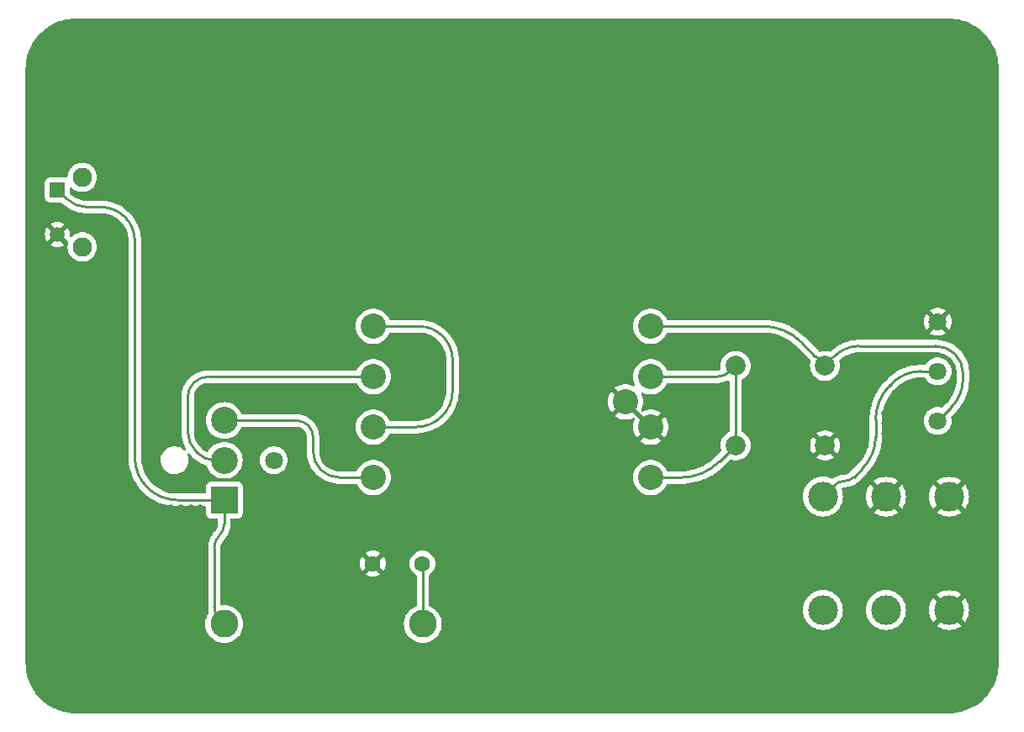
<source format=gbr>
%TF.GenerationSoftware,KiCad,Pcbnew,7.0.9*%
%TF.CreationDate,2024-02-12T14:50:03+04:00*%
%TF.ProjectId,57TimesAudioRE-AMP,35375469-6d65-4734-9175-64696f52452d,rev?*%
%TF.SameCoordinates,Original*%
%TF.FileFunction,Copper,L1,Top*%
%TF.FilePolarity,Positive*%
%FSLAX46Y46*%
G04 Gerber Fmt 4.6, Leading zero omitted, Abs format (unit mm)*
G04 Created by KiCad (PCBNEW 7.0.9) date 2024-02-12 14:50:03*
%MOMM*%
%LPD*%
G01*
G04 APERTURE LIST*
%TA.AperFunction,ComponentPad*%
%ADD10C,1.800000*%
%TD*%
%TA.AperFunction,ComponentPad*%
%ADD11R,1.508000X1.508000*%
%TD*%
%TA.AperFunction,ComponentPad*%
%ADD12C,1.508000*%
%TD*%
%TA.AperFunction,ComponentPad*%
%ADD13C,1.950000*%
%TD*%
%TA.AperFunction,ComponentPad*%
%ADD14C,2.540000*%
%TD*%
%TA.AperFunction,ComponentPad*%
%ADD15C,2.000000*%
%TD*%
%TA.AperFunction,ComponentPad*%
%ADD16C,1.600000*%
%TD*%
%TA.AperFunction,ComponentPad*%
%ADD17R,2.700000X2.700000*%
%TD*%
%TA.AperFunction,ComponentPad*%
%ADD18C,2.700000*%
%TD*%
%TA.AperFunction,ComponentPad*%
%ADD19C,3.000000*%
%TD*%
%TA.AperFunction,ComponentPad*%
%ADD20C,2.800000*%
%TD*%
%TA.AperFunction,ViaPad*%
%ADD21C,0.800000*%
%TD*%
%TA.AperFunction,Conductor*%
%ADD22C,0.250000*%
%TD*%
G04 APERTURE END LIST*
D10*
%TO.P,VR1,3*%
%TO.N,Net-(R1-Pad1)*%
X131850000Y-65540000D03*
%TO.P,VR1,2*%
%TO.N,Net-(J2-PadT)*%
X131850000Y-60540000D03*
%TO.P,VR1,1*%
%TO.N,GND*%
X131850000Y-55540000D03*
%TD*%
D11*
%TO.P,S1,1*%
%TO.N,Net-(J3-Pad1)*%
X43200000Y-42250000D03*
D12*
%TO.P,S1,2*%
%TO.N,GND*%
X43200000Y-46750000D03*
D13*
%TO.P,S1,S1*%
%TO.N,N/C*%
X45700000Y-41000000D03*
%TO.P,S1,S2*%
X45700000Y-48000000D03*
%TD*%
D14*
%TO.P,T1,E,E*%
%TO.N,GND*%
X100400000Y-63620000D03*
%TO.P,T1,8,8*%
%TO.N,Net-(R1-Pad1)*%
X102940000Y-56000000D03*
%TO.P,T1,7,7*%
%TO.N,Net-(R1-Pad2)*%
X102940000Y-61080000D03*
%TO.P,T1,6,6*%
%TO.N,GND*%
X102940000Y-66160000D03*
%TO.P,T1,5,5*%
%TO.N,Net-(R1-Pad2)*%
X102940000Y-71240000D03*
%TO.P,T1,4,4*%
%TO.N,Net-(T1-Pad2)*%
X75000000Y-56000000D03*
%TO.P,T1,3,3*%
%TO.N,Net-(J3-Pad3)*%
X75000000Y-61080000D03*
%TO.P,T1,2,2*%
%TO.N,Net-(T1-Pad2)*%
X75000000Y-66160000D03*
%TO.P,T1,1,1*%
%TO.N,Net-(J3-Pad2)*%
X75000000Y-71240000D03*
%TD*%
D15*
%TO.P,R2,1*%
%TO.N,Net-(R1-Pad2)*%
X111500000Y-68000000D03*
%TO.P,R2,2*%
%TO.N,GND*%
X120500000Y-68000000D03*
%TD*%
%TO.P,R1,2*%
%TO.N,Net-(R1-Pad2)*%
X111500000Y-60000000D03*
%TO.P,R1,1*%
%TO.N,Net-(R1-Pad1)*%
X120500000Y-60000000D03*
%TD*%
D16*
%TO.P,C1,2*%
%TO.N,GND*%
X74960000Y-79910000D03*
%TO.P,C1,1*%
%TO.N,Net-(C1-Pad1)*%
X79960000Y-79910000D03*
%TD*%
D17*
%TO.P,J3,1*%
%TO.N,Net-(J3-Pad1)*%
X60000000Y-73500000D03*
D18*
%TO.P,J3,2*%
%TO.N,Net-(J3-Pad2)*%
X60000000Y-65500000D03*
%TO.P,J3,3*%
%TO.N,Net-(J3-Pad3)*%
X60000000Y-69500000D03*
D10*
%TO.P,J3,G*%
%TO.N,N/C*%
X65000000Y-69500000D03*
%TD*%
D19*
%TO.P,J2,R*%
%TO.N,GND*%
X126650000Y-73170000D03*
%TO.P,J2,RN*%
%TO.N,N/C*%
X126650000Y-84600000D03*
%TO.P,J2,S*%
%TO.N,GND*%
X133000000Y-73170000D03*
X133000000Y-84600000D03*
%TO.P,J2,T*%
%TO.N,Net-(J2-PadT)*%
X120300000Y-73170000D03*
%TO.P,J2,TN*%
%TO.N,N/C*%
X120300000Y-84600000D03*
%TD*%
D20*
%TO.P,R3,2*%
%TO.N,Net-(C1-Pad1)*%
X80000000Y-86000000D03*
%TO.P,R3,1*%
%TO.N,Net-(J3-Pad1)*%
X60000000Y-86000000D03*
%TD*%
D21*
%TO.N,GND*%
X100000000Y-85000000D03*
X120000000Y-65000000D03*
X115000000Y-75000000D03*
X115000000Y-85000000D03*
X115000000Y-80000000D03*
X125000000Y-90000000D03*
X115000000Y-90000000D03*
X60000000Y-90000000D03*
X80000000Y-90000000D03*
X85000000Y-90000000D03*
X85000000Y-80000000D03*
X85000000Y-85000000D03*
X95000000Y-80000000D03*
X105000000Y-90000000D03*
X95000000Y-90000000D03*
X105000000Y-85000000D03*
X80000000Y-70000000D03*
X95000000Y-70000000D03*
X85000000Y-70000000D03*
X95000000Y-55000000D03*
X95000000Y-60000000D03*
X70000000Y-55000000D03*
X65000000Y-55000000D03*
X105000000Y-75000000D03*
X100000000Y-75000000D03*
X95000000Y-75000000D03*
X85000000Y-75000000D03*
X75000000Y-90000000D03*
X65000000Y-90000000D03*
X65000000Y-75000000D03*
X65000000Y-80000000D03*
X125000000Y-50000000D03*
X125000000Y-45000000D03*
X125000000Y-40000000D03*
X125000000Y-35000000D03*
X125000000Y-30000000D03*
X115000000Y-50000000D03*
X115000000Y-45000000D03*
X115000000Y-40000000D03*
X115000000Y-35000000D03*
X115000000Y-30000000D03*
X105000000Y-50000000D03*
X105000000Y-45000000D03*
X105000000Y-40000000D03*
X105000000Y-35000000D03*
X105000000Y-30000000D03*
X95000000Y-50000000D03*
X95000000Y-45000000D03*
X95000000Y-40000000D03*
X95000000Y-35000000D03*
X95000000Y-30000000D03*
X75000000Y-35000000D03*
X85000000Y-50000000D03*
X85000000Y-45000000D03*
X85000000Y-40000000D03*
X85000000Y-35000000D03*
X85000000Y-30000000D03*
X75000000Y-50000000D03*
X75000000Y-45000000D03*
X75000000Y-40000000D03*
X75000000Y-30000000D03*
X65000000Y-50000000D03*
X65000000Y-45000000D03*
X65000000Y-40000000D03*
X65000000Y-35000000D03*
X65000000Y-30000000D03*
X50000000Y-35000000D03*
X55000000Y-30000000D03*
X50000000Y-40000000D03*
X70000000Y-90000000D03*
X105000000Y-80000000D03*
X70000000Y-80000000D03*
X70000000Y-75000000D03*
X80000000Y-75000000D03*
X90000000Y-60000000D03*
X90000000Y-55000000D03*
X120000000Y-90000000D03*
X130000000Y-90000000D03*
X135000000Y-80000000D03*
X130000000Y-80000000D03*
X125000000Y-80000000D03*
X120000000Y-80000000D03*
X110000000Y-80000000D03*
X110000000Y-75000000D03*
X110000000Y-85000000D03*
X110000000Y-90000000D03*
X100000000Y-80000000D03*
X100000000Y-90000000D03*
X60000000Y-55000000D03*
X55000000Y-55000000D03*
X55000000Y-50000000D03*
X55000000Y-45000000D03*
X55000000Y-40000000D03*
X55000000Y-35000000D03*
X50000000Y-30000000D03*
X90000000Y-90000000D03*
X90000000Y-85000000D03*
X90000000Y-80000000D03*
X90000000Y-75000000D03*
X90000000Y-70000000D03*
X90000000Y-65000000D03*
X130000000Y-50000000D03*
X130000000Y-45000000D03*
X130000000Y-40000000D03*
X130000000Y-35000000D03*
X130000000Y-30000000D03*
X120000000Y-50000000D03*
X120000000Y-45000000D03*
X120000000Y-40000000D03*
X120000000Y-35000000D03*
X120000000Y-30000000D03*
X110000000Y-50000000D03*
X110000000Y-45000000D03*
X110000000Y-40000000D03*
X110000000Y-35000000D03*
X110000000Y-30000000D03*
X100000000Y-50000000D03*
X90000000Y-50000000D03*
X90000000Y-45000000D03*
X90000000Y-40000000D03*
X90000000Y-35000000D03*
X90000000Y-30000000D03*
X80000000Y-50000000D03*
X80000000Y-45000000D03*
X80000000Y-40000000D03*
X80000000Y-35000000D03*
X80000000Y-30000000D03*
X60000000Y-30000000D03*
X60000000Y-40000000D03*
X60000000Y-50000000D03*
X70000000Y-50000000D03*
X55000000Y-80000000D03*
X55000000Y-85000000D03*
X55000000Y-90000000D03*
X50000000Y-75000000D03*
X50000000Y-80000000D03*
X50000000Y-85000000D03*
X50000000Y-90000000D03*
X45000000Y-75000000D03*
X45000000Y-55000000D03*
X45000000Y-60000000D03*
X45000000Y-65000000D03*
X45000000Y-70000000D03*
X45000000Y-80000000D03*
X45000000Y-85000000D03*
X45000000Y-90000000D03*
X60000000Y-45000000D03*
X60000000Y-35000000D03*
X45000000Y-35000000D03*
X45000000Y-30000000D03*
X100000000Y-35000000D03*
X100000000Y-40000000D03*
X70000000Y-40000000D03*
X70000000Y-30000000D03*
X70000000Y-35000000D03*
X70000000Y-45000000D03*
X100000000Y-30000000D03*
X100000000Y-45000000D03*
X95000000Y-65000000D03*
X95000000Y-85000000D03*
X130400000Y-56800000D03*
X129400000Y-56800000D03*
X128200000Y-56800000D03*
X127000000Y-56800000D03*
X126000000Y-56800000D03*
X124800000Y-56800000D03*
X123600000Y-56800000D03*
X122400000Y-57000000D03*
X121400000Y-57200000D03*
X120400000Y-57800000D03*
X119400000Y-57200000D03*
X118600000Y-56400000D03*
X117600000Y-55800000D03*
X116400000Y-55200000D03*
X115200000Y-54800000D03*
X114000000Y-54800000D03*
X112800000Y-54800000D03*
X111600000Y-54800000D03*
X110400000Y-54800000D03*
X109200000Y-54800000D03*
X108000000Y-54800000D03*
X106800000Y-54800000D03*
X105600000Y-54800000D03*
X104600000Y-54200000D03*
X103400000Y-53800000D03*
X102200000Y-53800000D03*
X101000000Y-54400000D03*
X100600000Y-55600000D03*
X100800000Y-56800000D03*
X101400000Y-57800000D03*
X131200000Y-62400000D03*
X127200000Y-60400000D03*
X126400000Y-61000000D03*
X125800000Y-61800000D03*
X125200000Y-62600000D03*
X124600000Y-63400000D03*
X124400000Y-64400000D03*
X124400000Y-65400000D03*
X124400000Y-66400000D03*
X124400000Y-67400000D03*
X124200000Y-68400000D03*
X123800000Y-69200000D03*
X123000000Y-69800000D03*
X122200000Y-70400000D03*
X121200000Y-70600000D03*
X120200000Y-70600000D03*
X119200000Y-71000000D03*
X118400000Y-71600000D03*
X117800000Y-72400000D03*
X117800000Y-73400000D03*
X118000000Y-74400000D03*
X118600000Y-75200000D03*
X119600000Y-75600000D03*
X120600000Y-75600000D03*
X121600000Y-75400000D03*
X122400000Y-74600000D03*
X122800000Y-73600000D03*
X123400000Y-72800000D03*
X124200000Y-72200000D03*
X125000000Y-71400000D03*
X125600000Y-70600000D03*
X126200000Y-69800000D03*
X126400000Y-68800000D03*
X126600000Y-67800000D03*
X126600000Y-66800000D03*
X126600000Y-65800000D03*
X126600000Y-64800000D03*
X127000000Y-63800000D03*
X127600000Y-62800000D03*
X128400000Y-62200000D03*
X129400000Y-61800000D03*
X130400000Y-61600000D03*
X133200000Y-62000000D03*
X132600000Y-62800000D03*
X132000000Y-63600000D03*
X131000000Y-63800000D03*
X130200000Y-64200000D03*
X130000000Y-65200000D03*
X130000000Y-66200000D03*
X130600000Y-67000000D03*
X131600000Y-67400000D03*
X132600000Y-67200000D03*
X133400000Y-66600000D03*
X133800000Y-65600000D03*
X134200000Y-64800000D03*
X134800000Y-64000000D03*
X135400000Y-63000000D03*
X135600000Y-61800000D03*
X135600000Y-60800000D03*
X135400000Y-59600000D03*
X135000000Y-58600000D03*
X134400000Y-57800000D03*
X133600000Y-57200000D03*
X129800000Y-59400000D03*
X128800000Y-59400000D03*
X127800000Y-59600000D03*
X126800000Y-59200000D03*
X125800000Y-59200000D03*
X124800000Y-59200000D03*
X123800000Y-59200000D03*
X122800000Y-59600000D03*
X122600000Y-60600000D03*
X121800000Y-61600000D03*
X120800000Y-62000000D03*
X119800000Y-62000000D03*
X119000000Y-61600000D03*
X118400000Y-60800000D03*
X118200000Y-59800000D03*
X117800000Y-58800000D03*
X117000000Y-58200000D03*
X116000000Y-57600000D03*
X115000000Y-57200000D03*
X114000000Y-57200000D03*
X113000000Y-57200000D03*
X111600000Y-57200000D03*
X110400000Y-57200000D03*
X109400000Y-57200000D03*
X108400000Y-57200000D03*
X107400000Y-57200000D03*
X106400000Y-57200000D03*
X105400000Y-57200000D03*
X104600000Y-57800000D03*
X102200000Y-69000000D03*
X101200000Y-69600000D03*
X100800000Y-70600000D03*
X100600000Y-71600000D03*
X101000000Y-72600000D03*
X101800000Y-73400000D03*
X102800000Y-73600000D03*
X103800000Y-73400000D03*
X104600000Y-72800000D03*
X105600000Y-72400000D03*
X106800000Y-72400000D03*
X107800000Y-72200000D03*
X108800000Y-72000000D03*
X109800000Y-71400000D03*
X110600000Y-70800000D03*
X111400000Y-70000000D03*
X112400000Y-69800000D03*
X113200000Y-69200000D03*
X113600000Y-68200000D03*
X113400000Y-67200000D03*
X112800000Y-66400000D03*
X112800000Y-65400000D03*
X112800000Y-64400000D03*
X112800000Y-63400000D03*
X112800000Y-62400000D03*
X113000000Y-61400000D03*
X113400000Y-60400000D03*
X113400000Y-59400000D03*
X113000000Y-58600000D03*
X112200000Y-58000000D03*
X111200000Y-58000000D03*
X110200000Y-58400000D03*
X109600000Y-59200000D03*
X109000000Y-60000000D03*
X108000000Y-60000000D03*
X107000000Y-60000000D03*
X106000000Y-60000000D03*
X105000000Y-59600000D03*
X104200000Y-59000000D03*
X103200000Y-58800000D03*
X102200000Y-58800000D03*
X101400000Y-59400000D03*
X100800000Y-60200000D03*
X100600000Y-61200000D03*
X102800000Y-63400000D03*
X103800000Y-63200000D03*
X104600000Y-62800000D03*
X105400000Y-62200000D03*
X106400000Y-62200000D03*
X107400000Y-62200000D03*
X108400000Y-62200000D03*
X109400000Y-62200000D03*
X110400000Y-62200000D03*
X110400000Y-63200000D03*
X110400000Y-64400000D03*
X110400000Y-65400000D03*
X110200000Y-66400000D03*
X109600000Y-67200000D03*
X109400000Y-68200000D03*
X108800000Y-69000000D03*
X108000000Y-69600000D03*
X107000000Y-69800000D03*
X106000000Y-70000000D03*
X105000000Y-70000000D03*
X104200000Y-69400000D03*
X103200000Y-69000000D03*
X78200000Y-80800000D03*
X78000000Y-79800000D03*
X78200000Y-78800000D03*
X79000000Y-78400000D03*
X80000000Y-78200000D03*
X81000000Y-78400000D03*
X81800000Y-78800000D03*
X81800000Y-79800000D03*
X81600000Y-80800000D03*
X82000000Y-84600000D03*
X82400000Y-85600000D03*
X82400000Y-86600000D03*
X82000000Y-87600000D03*
X81200000Y-88400000D03*
X80000000Y-88600000D03*
X78800000Y-88400000D03*
X78000000Y-87600000D03*
X77600000Y-86600000D03*
X77600000Y-85600000D03*
X78000000Y-84600000D03*
X81200000Y-83800000D03*
X81200000Y-82800000D03*
X81200000Y-81800000D03*
X78800000Y-81800000D03*
X78800000Y-82800000D03*
X78800000Y-83800000D03*
X62400000Y-72000000D03*
X62400000Y-73200000D03*
X62400000Y-74200000D03*
X62200000Y-75400000D03*
X61200000Y-76000000D03*
X61200000Y-77000000D03*
X60400000Y-77800000D03*
X60200000Y-79000000D03*
X60200000Y-80000000D03*
X60200000Y-81000000D03*
X60200000Y-82000000D03*
X60200000Y-83000000D03*
X61000000Y-83800000D03*
X61800000Y-84600000D03*
X62400000Y-85600000D03*
X62400000Y-86800000D03*
X62000000Y-87800000D03*
X61000000Y-88400000D03*
X60000000Y-88600000D03*
X59000000Y-88400000D03*
X58200000Y-87600000D03*
X57600000Y-86800000D03*
X57600000Y-85800000D03*
X57800000Y-84800000D03*
X57800000Y-83800000D03*
X57800000Y-82800000D03*
X57800000Y-81800000D03*
X57800000Y-80800000D03*
X57800000Y-79800000D03*
X57800000Y-78800000D03*
X57800000Y-77800000D03*
X57800000Y-76800000D03*
X57800000Y-75600000D03*
X52400000Y-68000000D03*
X52400000Y-67000000D03*
X52400000Y-66000000D03*
X52400000Y-65000000D03*
X52400000Y-64000000D03*
X52400000Y-63000000D03*
X52400000Y-62000000D03*
X52400000Y-61000000D03*
X52400000Y-60000000D03*
X52400000Y-59000000D03*
X52400000Y-58000000D03*
X52400000Y-57000000D03*
X52400000Y-56000000D03*
X52400000Y-55000000D03*
X52400000Y-54000000D03*
X52400000Y-53000000D03*
X52400000Y-52000000D03*
X52400000Y-51000000D03*
X52400000Y-50000000D03*
X52400000Y-49000000D03*
X52400000Y-48000000D03*
X52400000Y-47000000D03*
X52200000Y-46000000D03*
X51800000Y-45000000D03*
X51200000Y-44200000D03*
X50400000Y-43600000D03*
X49400000Y-43200000D03*
X48400000Y-42800000D03*
X47000000Y-42600000D03*
X47800000Y-41800000D03*
X47800000Y-40800000D03*
X47800000Y-39800000D03*
X47000000Y-39000000D03*
X45800000Y-38800000D03*
X44600000Y-39000000D03*
X43200000Y-39400000D03*
X44000000Y-40200000D03*
X42400000Y-40200000D03*
X42600000Y-44200000D03*
X43600000Y-44600000D03*
X44400000Y-45200000D03*
X45400000Y-45200000D03*
X46400000Y-45200000D03*
X47400000Y-45200000D03*
X48400000Y-45400000D03*
X49200000Y-46000000D03*
X49800000Y-47000000D03*
X49800000Y-48000000D03*
X49800000Y-49000000D03*
X49800000Y-50000000D03*
X49800000Y-51000000D03*
X49800000Y-52000000D03*
X49800000Y-53000000D03*
X49800000Y-54000000D03*
X49800000Y-55000000D03*
X49800000Y-56000000D03*
X49800000Y-57000000D03*
X49800000Y-58000000D03*
X49800000Y-59000000D03*
X49800000Y-60000000D03*
X49800000Y-61000000D03*
X49800000Y-62000000D03*
X49800000Y-63000000D03*
X49800000Y-64000000D03*
X49800000Y-65000000D03*
X49800000Y-66000000D03*
X49800000Y-67000000D03*
X49800000Y-68000000D03*
X49800000Y-69000000D03*
X49800000Y-70000000D03*
X50000000Y-71000000D03*
X50400000Y-72000000D03*
X51000000Y-72800000D03*
X51800000Y-73400000D03*
X52600000Y-74000000D03*
X53600000Y-74400000D03*
X54600000Y-74400000D03*
X55600000Y-74400000D03*
X56600000Y-74400000D03*
X57600000Y-74400000D03*
X43000000Y-27000000D03*
X42000000Y-28000000D03*
X41000000Y-30000000D03*
X41000000Y-32000000D03*
X41000000Y-34000000D03*
X41000000Y-36000000D03*
X41000000Y-38000000D03*
X41000000Y-40000000D03*
X41000000Y-42000000D03*
X41000000Y-44000000D03*
X41000000Y-46000000D03*
X41000000Y-48000000D03*
X41000000Y-50000000D03*
X41000000Y-52000000D03*
X41000000Y-54000000D03*
X41000000Y-56000000D03*
X41000000Y-58000000D03*
X41000000Y-60000000D03*
X41000000Y-62000000D03*
X41000000Y-64000000D03*
X41000000Y-66000000D03*
X41000000Y-68000000D03*
X41000000Y-70000000D03*
X41000000Y-72000000D03*
X41000000Y-74000000D03*
X41000000Y-76000000D03*
X41000000Y-78000000D03*
X41000000Y-82000000D03*
X41000000Y-80000000D03*
X41000000Y-80000000D03*
X41000000Y-84000000D03*
X41000000Y-86000000D03*
X41000000Y-88000000D03*
X41000000Y-90000000D03*
X42000000Y-92000000D03*
X43000000Y-93000000D03*
X45000000Y-94000000D03*
X47000000Y-94000000D03*
X49000000Y-94000000D03*
X51000000Y-94000000D03*
X53000000Y-94000000D03*
X55000000Y-94000000D03*
X57000000Y-94000000D03*
X59000000Y-94000000D03*
X61000000Y-94000000D03*
X63000000Y-94000000D03*
X65000000Y-94000000D03*
X67000000Y-94000000D03*
X69000000Y-94000000D03*
X71000000Y-94000000D03*
X73000000Y-94000000D03*
X75000000Y-94000000D03*
X77000000Y-94000000D03*
X79000000Y-94000000D03*
X81000000Y-94000000D03*
X83000000Y-94000000D03*
X85000000Y-94000000D03*
X87000000Y-94000000D03*
X89000000Y-94000000D03*
X91000000Y-94000000D03*
X93000000Y-94000000D03*
X95000000Y-94000000D03*
X97000000Y-94000000D03*
X99000000Y-94000000D03*
X101000000Y-94000000D03*
X103000000Y-94000000D03*
X105000000Y-94000000D03*
X107000000Y-94000000D03*
X109000000Y-94000000D03*
X111000000Y-94000000D03*
X113000000Y-94000000D03*
X115000000Y-94000000D03*
X117000000Y-94000000D03*
X119000000Y-94000000D03*
X121000000Y-94000000D03*
X123000000Y-94000000D03*
X125000000Y-94000000D03*
X127000000Y-94000000D03*
X129000000Y-94000000D03*
X131000000Y-94000000D03*
X133000000Y-94000000D03*
X135000000Y-93000000D03*
X136000000Y-92000000D03*
X137000000Y-90000000D03*
X137000000Y-88000000D03*
X137000000Y-86000000D03*
X137000000Y-84000000D03*
X137000000Y-82000000D03*
X137000000Y-80000000D03*
X137000000Y-78000000D03*
X137000000Y-76000000D03*
X137000000Y-74000000D03*
X137000000Y-72000000D03*
X137000000Y-70000000D03*
X137000000Y-68000000D03*
X137000000Y-66000000D03*
X137000000Y-64000000D03*
X137000000Y-62000000D03*
X137000000Y-60000000D03*
X137000000Y-58000000D03*
X137000000Y-56000000D03*
X137000000Y-54000000D03*
X137000000Y-52000000D03*
X137000000Y-50000000D03*
X137000000Y-48000000D03*
X137000000Y-46000000D03*
X137000000Y-44000000D03*
X137000000Y-42000000D03*
X137000000Y-40000000D03*
X137000000Y-38000000D03*
X137000000Y-36000000D03*
X137000000Y-34000000D03*
X137000000Y-32000000D03*
X137000000Y-30000000D03*
X136000000Y-28000000D03*
X135000000Y-27000000D03*
X133000000Y-26000000D03*
X131000000Y-26000000D03*
X129000000Y-26000000D03*
X127000000Y-26000000D03*
X125000000Y-26000000D03*
X123000000Y-26000000D03*
X121000000Y-26000000D03*
X119000000Y-26000000D03*
X117000000Y-26000000D03*
X115000000Y-26000000D03*
X113000000Y-26000000D03*
X111000000Y-26000000D03*
X109000000Y-26000000D03*
X107000000Y-26000000D03*
X105000000Y-26000000D03*
X103000000Y-26000000D03*
X101000000Y-26000000D03*
X99000000Y-26000000D03*
X97000000Y-26000000D03*
X95000000Y-26000000D03*
X93000000Y-26000000D03*
X91000000Y-26000000D03*
X89000000Y-26000000D03*
X87000000Y-26000000D03*
X85000000Y-26000000D03*
X83000000Y-26000000D03*
X81000000Y-26000000D03*
X79000000Y-26000000D03*
X77000000Y-26000000D03*
X75000000Y-26000000D03*
X73000000Y-26000000D03*
X71000000Y-26000000D03*
X69000000Y-26000000D03*
X67000000Y-26000000D03*
X65000000Y-26000000D03*
X63000000Y-26000000D03*
X61000000Y-26000000D03*
X59000000Y-26000000D03*
X57000000Y-26000000D03*
X55000000Y-26000000D03*
X53000000Y-26000000D03*
X51000000Y-26000000D03*
X49000000Y-26000000D03*
X47000000Y-26000000D03*
X45000000Y-26000000D03*
X77200000Y-65000000D03*
X59600000Y-59800000D03*
X77000000Y-59800000D03*
X67000000Y-62200000D03*
X65600000Y-59800000D03*
X73600000Y-69400000D03*
X77000000Y-63600000D03*
X72800000Y-55200000D03*
X70000000Y-68400000D03*
X82600000Y-66200000D03*
X68600000Y-64800000D03*
X71600000Y-72400000D03*
X81800000Y-60400000D03*
X69400000Y-65400000D03*
X78200000Y-65000000D03*
X84000000Y-57600000D03*
X73400000Y-73000000D03*
X64600000Y-64400000D03*
X69000000Y-62200000D03*
X71600000Y-59800000D03*
X71000000Y-62200000D03*
X60800000Y-63200000D03*
X61800000Y-71200000D03*
X76600000Y-62600000D03*
X73800000Y-63000000D03*
X57400000Y-64000000D03*
X76400000Y-73000000D03*
X62400000Y-70200000D03*
X77200000Y-60800000D03*
X63600000Y-64400000D03*
X57400000Y-63000000D03*
X77800000Y-67400000D03*
X68600000Y-59800000D03*
X70000000Y-66400000D03*
X58600000Y-59800000D03*
X64000000Y-62200000D03*
X68000000Y-62200000D03*
X56800000Y-71000000D03*
X73000000Y-67600000D03*
X69600000Y-59800000D03*
X76200000Y-54000000D03*
X84200000Y-60600000D03*
X73600000Y-58000000D03*
X57400000Y-65000000D03*
X74800000Y-63400000D03*
X55200000Y-65800000D03*
X76800000Y-67600000D03*
X67800000Y-69200000D03*
X84200000Y-58600000D03*
X76400000Y-69400000D03*
X70600000Y-72200000D03*
X83400000Y-56800000D03*
X62600000Y-64400000D03*
X58000000Y-62200000D03*
X61800000Y-63800000D03*
X63600000Y-59800000D03*
X62600000Y-59800000D03*
X66000000Y-62200000D03*
X79000000Y-54800000D03*
X80200000Y-64800000D03*
X74200000Y-53800000D03*
X75200000Y-53600000D03*
X83400000Y-65600000D03*
X72800000Y-64800000D03*
X73000000Y-70200000D03*
X65600000Y-64400000D03*
X64000000Y-66600000D03*
X70000000Y-67400000D03*
X72000000Y-70200000D03*
X80800000Y-57600000D03*
X73000000Y-62400000D03*
X81400000Y-58400000D03*
X73000000Y-57200000D03*
X66600000Y-64400000D03*
X81000000Y-55000000D03*
X55200000Y-62800000D03*
X79200000Y-65000000D03*
X63000000Y-62200000D03*
X72600000Y-56200000D03*
X75400000Y-73400000D03*
X76000000Y-68200000D03*
X62000000Y-62200000D03*
X73400000Y-64000000D03*
X77000000Y-72200000D03*
X65000000Y-62200000D03*
X83800000Y-64600000D03*
X81800000Y-59400000D03*
X67600000Y-59800000D03*
X80800000Y-67200000D03*
X81800000Y-61400000D03*
X62000000Y-66800000D03*
X76400000Y-64400000D03*
X81000000Y-64200000D03*
X63000000Y-66600000D03*
X53000000Y-68800000D03*
X72000000Y-62200000D03*
X72600000Y-65800000D03*
X58600000Y-63600000D03*
X56000000Y-71600000D03*
X74400000Y-73400000D03*
X77000000Y-70200000D03*
X66600000Y-59800000D03*
X72600000Y-66800000D03*
X55800000Y-60800000D03*
X62400000Y-69200000D03*
X81800000Y-62400000D03*
X74400000Y-69000000D03*
X57400000Y-67000000D03*
X60600000Y-59800000D03*
X57400000Y-66000000D03*
X61400000Y-67600000D03*
X84200000Y-61600000D03*
X82800000Y-56000000D03*
X70600000Y-59800000D03*
X66000000Y-66600000D03*
X67000000Y-66600000D03*
X84200000Y-59600000D03*
X76200000Y-59200000D03*
X77200000Y-71200000D03*
X80000000Y-54800000D03*
X67600000Y-64400000D03*
X68200000Y-70200000D03*
X55200000Y-63800000D03*
X77800000Y-57200000D03*
X82000000Y-55400000D03*
X58000000Y-71000000D03*
X57600000Y-59800000D03*
X72600000Y-59800000D03*
X57400000Y-72200000D03*
X69600000Y-71800000D03*
X53600000Y-68000000D03*
X59600000Y-63200000D03*
X61000000Y-62200000D03*
X76800000Y-57400000D03*
X72600000Y-72400000D03*
X73400000Y-54400000D03*
X56600000Y-60200000D03*
X74200000Y-58800000D03*
X78800000Y-57200000D03*
X58000000Y-68000000D03*
X60000000Y-62200000D03*
X67800000Y-67200000D03*
X68800000Y-71000000D03*
X55400000Y-61800000D03*
X70200000Y-69400000D03*
X75400000Y-69000000D03*
X52800000Y-69800000D03*
X59000000Y-62200000D03*
X84000000Y-63600000D03*
X71000000Y-70000000D03*
X57000000Y-70000000D03*
X73400000Y-59400000D03*
X76000000Y-58000000D03*
X81600000Y-63400000D03*
X75800000Y-63200000D03*
X65000000Y-66600000D03*
X53200000Y-70800000D03*
X55200000Y-64800000D03*
X67800000Y-68200000D03*
X79800000Y-67400000D03*
X75200000Y-58800000D03*
X84200000Y-62600000D03*
X61600000Y-59800000D03*
X77200000Y-61800000D03*
X62200000Y-68200000D03*
X54000000Y-71600000D03*
X81800000Y-66800000D03*
X79800000Y-57200000D03*
X55000000Y-71800000D03*
X78000000Y-54800000D03*
X54400000Y-67400000D03*
X73600000Y-68400000D03*
X64600000Y-59800000D03*
X70000000Y-62200000D03*
X78800000Y-67400000D03*
X55200000Y-66800000D03*
X77000000Y-54800000D03*
%TD*%
D22*
%TO.N,Net-(R1-Pad1)*%
X119500001Y-58999999D02*
G75*
G03*
X121499999Y-58999999I999999J1000001D01*
G01*
X133599991Y-58800009D02*
G75*
G03*
X131668629Y-58000000I-1931391J-1931391D01*
G01*
X123914213Y-58000006D02*
G75*
G03*
X121500000Y-59000000I-13J-3414194D01*
G01*
X134400012Y-60731370D02*
G75*
G03*
X133600000Y-58800000I-2731412J-30D01*
G01*
X133201456Y-64188547D02*
G75*
G03*
X134400000Y-61295000I-2893556J2893547D01*
G01*
%TO.N,Net-(J2-PadT)*%
X122435000Y-71599991D02*
G75*
G03*
X121470484Y-71999515I0J-1364009D01*
G01*
X127029993Y-61969993D02*
G75*
G03*
X125600000Y-65422325I3452307J-3452307D01*
G01*
X130155000Y-60540002D02*
G75*
G03*
X127261454Y-61738545I0J-4092098D01*
G01*
X122435000Y-71600008D02*
G75*
G03*
X123399515Y-71200484I0J1364008D01*
G01*
X124299993Y-70299993D02*
G75*
G03*
X125600000Y-67161522I-3138493J3138493D01*
G01*
X130155000Y-60540000D02*
X131850000Y-60540000D01*
X123399515Y-71200484D02*
X124300000Y-70300000D01*
X127029999Y-61969999D02*
X127261454Y-61738545D01*
X125600000Y-65422325D02*
X125600000Y-67161522D01*
X121470484Y-71999515D02*
X120300000Y-73170000D01*
%TO.N,Net-(R1-Pad1)*%
X134400000Y-60731370D02*
X134400000Y-61295000D01*
X131668629Y-58000000D02*
X123914213Y-58000000D01*
X133201454Y-64188545D02*
X131850000Y-65540000D01*
%TO.N,Net-(J3-Pad1)*%
X59000003Y-84292893D02*
G75*
G03*
X59500000Y-85500000I1707097J-7D01*
G01*
X59500002Y-77100002D02*
G75*
G03*
X60000000Y-75892893I-1207102J1207102D01*
G01*
X59499998Y-77099998D02*
G75*
G03*
X59000000Y-78307106I1207102J-1207102D01*
G01*
X59500000Y-85500000D02*
X60000000Y-86000000D01*
X59000000Y-78307106D02*
X59000000Y-84292893D01*
X60000000Y-75892893D02*
X60000000Y-73500000D01*
%TO.N,Net-(C1-Pad1)*%
X80000006Y-79978284D02*
G75*
G03*
X79980000Y-79930000I-68306J-16D01*
G01*
%TO.N,Net-(J3-Pad1)*%
X43270706Y-42320714D02*
G75*
G03*
X43100000Y-42250000I-170706J-170686D01*
G01*
X44074989Y-43125011D02*
G75*
G03*
X46187436Y-44000000I2112411J2112411D01*
G01*
X50999994Y-47414213D02*
G75*
G03*
X50000000Y-45000000I-3414194J13D01*
G01*
X52250010Y-72249990D02*
G75*
G03*
X55267766Y-73500000I3017790J3017790D01*
G01*
X50999987Y-69232233D02*
G75*
G03*
X52250000Y-72250000I4267813J33D01*
G01*
X50000004Y-44999996D02*
G75*
G03*
X47585786Y-44000000I-2414204J-2414204D01*
G01*
X55267766Y-73500000D02*
X60000000Y-73500000D01*
X46187436Y-44000000D02*
X47585786Y-44000000D01*
X44075000Y-43125000D02*
X43270710Y-42320710D01*
X51000000Y-69232233D02*
X51000000Y-47414213D01*
X43100000Y-42250000D02*
X43000000Y-42250000D01*
%TO.N,Net-(J3-Pad2)*%
X67277035Y-65500000D02*
X60000000Y-65500000D01*
X68950000Y-68611055D02*
X68950000Y-67172964D01*
X71578944Y-71240000D02*
X75000000Y-71240000D01*
X69719987Y-70470013D02*
G75*
G03*
X71578944Y-71240000I1858913J1858913D01*
G01*
X68950014Y-67172964D02*
G75*
G03*
X68460000Y-65990000I-1673014J-36D01*
G01*
X68459990Y-65990010D02*
G75*
G03*
X67277035Y-65500000I-1182990J-1182990D01*
G01*
X68950019Y-68611055D02*
G75*
G03*
X69720000Y-70470000I2628881J-45D01*
G01*
%TO.N,Net-(J3-Pad3)*%
X58402670Y-61080000D02*
X75000000Y-61080000D01*
X57333499Y-68803499D02*
X57175000Y-68645000D01*
X59015000Y-69500000D02*
X60000000Y-69500000D01*
X56320000Y-63162670D02*
X56320000Y-66580847D01*
X56319981Y-66580847D02*
G75*
G03*
X57175000Y-68645000I2919219J47D01*
G01*
X56930009Y-61690009D02*
G75*
G03*
X56320000Y-63162670I1472691J-1472691D01*
G01*
X57333499Y-68803499D02*
G75*
G03*
X59015000Y-69500000I1681501J1681499D01*
G01*
X58402670Y-61079988D02*
G75*
G03*
X56930000Y-61690000I30J-2082712D01*
G01*
%TO.N,Net-(R1-Pad1)*%
X114246036Y-56000000D02*
X102940000Y-56000000D01*
X118093792Y-57593792D02*
X119500000Y-59000000D01*
X118093784Y-57593800D02*
G75*
G03*
X114246036Y-56000000I-3847784J-3847800D01*
G01*
%TO.N,Net-(R1-Pad2)*%
X111500000Y-68000000D02*
X109853792Y-69646207D01*
X109656324Y-61080000D02*
X102940000Y-61080000D01*
X106006036Y-71240000D02*
X102940000Y-71240000D01*
X111500000Y-60763675D02*
X111500000Y-68000000D01*
X111500059Y-60763675D02*
G75*
G03*
X110960000Y-60540000I-316359J-25D01*
G01*
X106006036Y-71240010D02*
G75*
G03*
X109853792Y-69646207I-36J5441610D01*
G01*
X109656324Y-61080010D02*
G75*
G03*
X110960000Y-60540000I-24J1843710D01*
G01*
%TO.N,Net-(T1-Pad2)*%
X83000000Y-59414213D02*
X83000000Y-62472649D01*
X79585786Y-56000000D02*
X75000000Y-56000000D01*
X79312649Y-66160000D02*
X75000000Y-66160000D01*
X82999994Y-59414213D02*
G75*
G03*
X82000000Y-57000000I-3414194J13D01*
G01*
X82000004Y-56999996D02*
G75*
G03*
X79585786Y-56000000I-2414204J-2414204D01*
G01*
X81919986Y-65079986D02*
G75*
G03*
X83000000Y-62472649I-2607386J2607386D01*
G01*
X79312649Y-66160020D02*
G75*
G03*
X81920000Y-65080000I-49J3687420D01*
G01*
%TO.N,Net-(C1-Pad1)*%
X80000000Y-79978284D02*
X80000000Y-86000000D01*
X79980000Y-79930000D02*
X79960000Y-79910000D01*
%TD*%
%TA.AperFunction,Conductor*%
%TO.N,GND*%
G36*
X101835219Y-64701666D02*
G01*
X101835220Y-64701668D01*
X102704022Y-65570470D01*
X102631655Y-65599123D01*
X102501858Y-65693426D01*
X102399590Y-65817046D01*
X102349640Y-65923193D01*
X101504779Y-65078332D01*
X101504777Y-65078329D01*
X100635977Y-64209529D01*
X100708345Y-64180877D01*
X100838142Y-64086574D01*
X100940410Y-63962954D01*
X100990359Y-63856806D01*
X101835219Y-64701666D01*
G37*
%TD.AperFunction*%
%TA.AperFunction,Conductor*%
G36*
X133167426Y-25009493D02*
G01*
X133370173Y-25018345D01*
X133375108Y-25018759D01*
X133592338Y-25045837D01*
X133795760Y-25072618D01*
X133800351Y-25073401D01*
X134014323Y-25118266D01*
X134187715Y-25156706D01*
X134215149Y-25162789D01*
X134219404Y-25163892D01*
X134428881Y-25226256D01*
X134625363Y-25288207D01*
X134629169Y-25289547D01*
X134832887Y-25369039D01*
X135023395Y-25447950D01*
X135026881Y-25449523D01*
X135145735Y-25507627D01*
X135223320Y-25545556D01*
X135282570Y-25576399D01*
X135406428Y-25640875D01*
X135409525Y-25642603D01*
X135597453Y-25754583D01*
X135771689Y-25865584D01*
X135774404Y-25867416D01*
X135952532Y-25994597D01*
X136116586Y-26120480D01*
X136118870Y-26122323D01*
X136230174Y-26216592D01*
X136285985Y-26263862D01*
X136439533Y-26404562D01*
X136595436Y-26560465D01*
X136736135Y-26714011D01*
X136877661Y-26881110D01*
X136879526Y-26883423D01*
X136942970Y-26966103D01*
X137005402Y-27047467D01*
X137132582Y-27225594D01*
X137134414Y-27228309D01*
X137245416Y-27402546D01*
X137357395Y-27590473D01*
X137359129Y-27593582D01*
X137454443Y-27776679D01*
X137522827Y-27916560D01*
X137550471Y-27973107D01*
X137550472Y-27973108D01*
X137552052Y-27976613D01*
X137630967Y-28167128D01*
X137710438Y-28370796D01*
X137711803Y-28374670D01*
X137773753Y-28571151D01*
X137836101Y-28780577D01*
X137837209Y-28784849D01*
X137881745Y-28985729D01*
X137926595Y-29199637D01*
X137927384Y-29204269D01*
X137954161Y-29407652D01*
X137981237Y-29624874D01*
X137981654Y-29629840D01*
X137990508Y-29832618D01*
X137999500Y-30050001D01*
X137999500Y-89949999D01*
X137990508Y-90167381D01*
X137981654Y-90370158D01*
X137981237Y-90375124D01*
X137954161Y-90592347D01*
X137927384Y-90795729D01*
X137926595Y-90800361D01*
X137881745Y-91014270D01*
X137837209Y-91215149D01*
X137836101Y-91219421D01*
X137773753Y-91428848D01*
X137711803Y-91625328D01*
X137710431Y-91629223D01*
X137630967Y-91832871D01*
X137552054Y-92023380D01*
X137550474Y-92026884D01*
X137454449Y-92223310D01*
X137359124Y-92406424D01*
X137357391Y-92409532D01*
X137245419Y-92597448D01*
X137134407Y-92771699D01*
X137132576Y-92774413D01*
X137005399Y-92952537D01*
X136879542Y-93116553D01*
X136877666Y-93118880D01*
X136736132Y-93285992D01*
X136595439Y-93439531D01*
X136439524Y-93595446D01*
X136286003Y-93736123D01*
X136118867Y-93877678D01*
X136116540Y-93879555D01*
X135952542Y-94005395D01*
X135774396Y-94132588D01*
X135771681Y-94134420D01*
X135597469Y-94245406D01*
X135409531Y-94357394D01*
X135406422Y-94359127D01*
X135223340Y-94454434D01*
X135026878Y-94550477D01*
X135023374Y-94552057D01*
X134832866Y-94630969D01*
X134629226Y-94710429D01*
X134625332Y-94711801D01*
X134428880Y-94773743D01*
X134219401Y-94836107D01*
X134215129Y-94837215D01*
X134014262Y-94881747D01*
X133800372Y-94926594D01*
X133795739Y-94927384D01*
X133592258Y-94954172D01*
X133375123Y-94981237D01*
X133370157Y-94981654D01*
X133167380Y-94990508D01*
X132949998Y-94999500D01*
X45101862Y-94999500D01*
X45101014Y-94999251D01*
X45050251Y-94999251D01*
X45049751Y-94999251D01*
X44789970Y-94988506D01*
X44629692Y-94981421D01*
X44624760Y-94981005D01*
X44407491Y-94953923D01*
X44204009Y-94927135D01*
X44199376Y-94926345D01*
X43985488Y-94881498D01*
X43784619Y-94836966D01*
X43780347Y-94835858D01*
X43570869Y-94773494D01*
X43374416Y-94711552D01*
X43370528Y-94710182D01*
X43291619Y-94679392D01*
X43166893Y-94630724D01*
X42976369Y-94551807D01*
X42972864Y-94550226D01*
X42832435Y-94481575D01*
X42776401Y-94454181D01*
X42593343Y-94358886D01*
X42590235Y-94357153D01*
X42402287Y-94245162D01*
X42228058Y-94134166D01*
X42225343Y-94132333D01*
X42047213Y-94005150D01*
X41883209Y-93879306D01*
X41880881Y-93877429D01*
X41797728Y-93807002D01*
X41713750Y-93735877D01*
X41599446Y-93631137D01*
X41560225Y-93595197D01*
X41404307Y-93439279D01*
X41263626Y-93285754D01*
X41122065Y-93118612D01*
X41120188Y-93116284D01*
X40994354Y-92952293D01*
X40947905Y-92887238D01*
X40867136Y-92774114D01*
X40865350Y-92771467D01*
X40754348Y-92597230D01*
X40642345Y-92409266D01*
X40640632Y-92406194D01*
X40545317Y-92223096D01*
X40449271Y-92026630D01*
X40447691Y-92023126D01*
X40368774Y-91832603D01*
X40289304Y-91628941D01*
X40287958Y-91625116D01*
X40225996Y-91428598D01*
X40163721Y-91219421D01*
X40163638Y-91219141D01*
X40162534Y-91214883D01*
X40118059Y-91014270D01*
X40118021Y-91014103D01*
X40073146Y-90800085D01*
X40072369Y-90795528D01*
X40045597Y-90592177D01*
X40018508Y-90374859D01*
X40018094Y-90369926D01*
X40009232Y-90166934D01*
X40000251Y-89949799D01*
X40000251Y-46750000D01*
X41941210Y-46750000D01*
X41960333Y-46968582D01*
X41960335Y-46968592D01*
X42017121Y-47180524D01*
X42017124Y-47180533D01*
X42109855Y-47379393D01*
X42109856Y-47379395D01*
X42154002Y-47442442D01*
X42154003Y-47442443D01*
X42716922Y-46879523D01*
X42740507Y-46959844D01*
X42818239Y-47080798D01*
X42926900Y-47174952D01*
X43057685Y-47234680D01*
X43067466Y-47236086D01*
X42507555Y-47795996D01*
X42570604Y-47840143D01*
X42570606Y-47840144D01*
X42769466Y-47932875D01*
X42769475Y-47932878D01*
X42981407Y-47989664D01*
X42981417Y-47989666D01*
X43199999Y-48008790D01*
X43200001Y-48008790D01*
X43418582Y-47989666D01*
X43418592Y-47989664D01*
X43630524Y-47932878D01*
X43630533Y-47932874D01*
X43829392Y-47840145D01*
X43892443Y-47795996D01*
X43332534Y-47236086D01*
X43342315Y-47234680D01*
X43473100Y-47174952D01*
X43581761Y-47080798D01*
X43659493Y-46959844D01*
X43683076Y-46879523D01*
X44254521Y-47450968D01*
X44288006Y-47512291D01*
X44287046Y-47569089D01*
X44239636Y-47756304D01*
X44239634Y-47756316D01*
X44219443Y-47999994D01*
X44219443Y-48000005D01*
X44239634Y-48243683D01*
X44239636Y-48243695D01*
X44299663Y-48480734D01*
X44397888Y-48704666D01*
X44531632Y-48909378D01*
X44697242Y-49089277D01*
X44697246Y-49089281D01*
X44890212Y-49239473D01*
X45105267Y-49355855D01*
X45105270Y-49355856D01*
X45336541Y-49435251D01*
X45336543Y-49435251D01*
X45336545Y-49435252D01*
X45577737Y-49475500D01*
X45577738Y-49475500D01*
X45822262Y-49475500D01*
X45822263Y-49475500D01*
X46063455Y-49435252D01*
X46294733Y-49355855D01*
X46509788Y-49239473D01*
X46702754Y-49089281D01*
X46868368Y-48909377D01*
X47002111Y-48704667D01*
X47100336Y-48480736D01*
X47160364Y-48243692D01*
X47180557Y-48000000D01*
X47174995Y-47932878D01*
X47160365Y-47756316D01*
X47160363Y-47756304D01*
X47100336Y-47519265D01*
X47070378Y-47450968D01*
X47002111Y-47295333D01*
X46901195Y-47140869D01*
X46868367Y-47090621D01*
X46702757Y-46910722D01*
X46702747Y-46910713D01*
X46509791Y-46760529D01*
X46509787Y-46760526D01*
X46294734Y-46644145D01*
X46294729Y-46644143D01*
X46063458Y-46564748D01*
X45863654Y-46531407D01*
X45822263Y-46524500D01*
X45577737Y-46524500D01*
X45536346Y-46531407D01*
X45336541Y-46564748D01*
X45105270Y-46644143D01*
X45105265Y-46644145D01*
X44890212Y-46760526D01*
X44890208Y-46760529D01*
X44697252Y-46910713D01*
X44697247Y-46910718D01*
X44664683Y-46946091D01*
X44604796Y-46982080D01*
X44534957Y-46979979D01*
X44477342Y-46940453D01*
X44450242Y-46876053D01*
X44449927Y-46851298D01*
X44458790Y-46750000D01*
X44458790Y-46749999D01*
X44439666Y-46531417D01*
X44439664Y-46531407D01*
X44382878Y-46319475D01*
X44382875Y-46319466D01*
X44290144Y-46120606D01*
X44290143Y-46120604D01*
X44245996Y-46057556D01*
X44245996Y-46057555D01*
X43683076Y-46620475D01*
X43659493Y-46540156D01*
X43581761Y-46419202D01*
X43473100Y-46325048D01*
X43342315Y-46265320D01*
X43332533Y-46263913D01*
X43892443Y-45704003D01*
X43892442Y-45704002D01*
X43829395Y-45659856D01*
X43829393Y-45659855D01*
X43630533Y-45567124D01*
X43630524Y-45567121D01*
X43418592Y-45510335D01*
X43418582Y-45510333D01*
X43200001Y-45491210D01*
X43199999Y-45491210D01*
X42981417Y-45510333D01*
X42981407Y-45510335D01*
X42769475Y-45567121D01*
X42769466Y-45567124D01*
X42570602Y-45659857D01*
X42507555Y-45704001D01*
X43067467Y-46263913D01*
X43057685Y-46265320D01*
X42926900Y-46325048D01*
X42818239Y-46419202D01*
X42740507Y-46540156D01*
X42716922Y-46620476D01*
X42154001Y-46057555D01*
X42109857Y-46120602D01*
X42017124Y-46319466D01*
X42017121Y-46319475D01*
X41960335Y-46531407D01*
X41960333Y-46531417D01*
X41941210Y-46749999D01*
X41941210Y-46750000D01*
X40000251Y-46750000D01*
X40000251Y-43051870D01*
X41945500Y-43051870D01*
X41945501Y-43051876D01*
X41951908Y-43111483D01*
X42002202Y-43246328D01*
X42002206Y-43246335D01*
X42088452Y-43361544D01*
X42088455Y-43361547D01*
X42203664Y-43447793D01*
X42203671Y-43447797D01*
X42338517Y-43498091D01*
X42338516Y-43498091D01*
X42345444Y-43498835D01*
X42398127Y-43504500D01*
X43518524Y-43504499D01*
X43585563Y-43524184D01*
X43606205Y-43540817D01*
X43632694Y-43567305D01*
X43632694Y-43567306D01*
X43758201Y-43692812D01*
X44032609Y-43918013D01*
X44032616Y-43918018D01*
X44032626Y-43918025D01*
X44327754Y-44115222D01*
X44327761Y-44115226D01*
X44327770Y-44115232D01*
X44640841Y-44282570D01*
X44968806Y-44418415D01*
X45308507Y-44521460D01*
X45656673Y-44590711D01*
X46009950Y-44625502D01*
X46187444Y-44625500D01*
X47509839Y-44625500D01*
X47584260Y-44625500D01*
X47587302Y-44625575D01*
X47856088Y-44638778D01*
X47862136Y-44639372D01*
X48047568Y-44666878D01*
X48126825Y-44678635D01*
X48132787Y-44679820D01*
X48262869Y-44712403D01*
X48392358Y-44744839D01*
X48398177Y-44746604D01*
X48650120Y-44836750D01*
X48655730Y-44839074D01*
X48897629Y-44953483D01*
X48902987Y-44956346D01*
X49132497Y-45093909D01*
X49137559Y-45097291D01*
X49352487Y-45256693D01*
X49357193Y-45260555D01*
X49555392Y-45440191D01*
X49559697Y-45444496D01*
X49739439Y-45642809D01*
X49743301Y-45647515D01*
X49902706Y-45862447D01*
X49906080Y-45867497D01*
X50019997Y-46057556D01*
X50043637Y-46096997D01*
X50046507Y-46102367D01*
X50160919Y-46344271D01*
X50163249Y-46349896D01*
X50253387Y-46601816D01*
X50255154Y-46607642D01*
X50320171Y-46867204D01*
X50321358Y-46873175D01*
X50360619Y-47137851D01*
X50361215Y-47143910D01*
X50374425Y-47412818D01*
X50374500Y-47415860D01*
X50374500Y-69180862D01*
X50374486Y-69180909D01*
X50374489Y-69424498D01*
X50404659Y-69807817D01*
X50464814Y-70187603D01*
X50464814Y-70187602D01*
X50554579Y-70561491D01*
X50673402Y-70927185D01*
X50703360Y-70999509D01*
X50820550Y-71282430D01*
X50995120Y-71625039D01*
X50995120Y-71625038D01*
X51014037Y-71655908D01*
X51190702Y-71944198D01*
X51196026Y-71952885D01*
X51196026Y-71952886D01*
X51422039Y-72263965D01*
X51494607Y-72348930D01*
X51671757Y-72556345D01*
X51671757Y-72556346D01*
X51712651Y-72597241D01*
X51753997Y-72638587D01*
X51754000Y-72638591D01*
X51807705Y-72692295D01*
X51832041Y-72716631D01*
X51864066Y-72748657D01*
X51864234Y-72748805D01*
X51943660Y-72828231D01*
X52019188Y-72892738D01*
X52236049Y-73077955D01*
X52547121Y-73303963D01*
X52547122Y-73303963D01*
X52547123Y-73303964D01*
X52874968Y-73504869D01*
X52874967Y-73504869D01*
X52874973Y-73504872D01*
X53217576Y-73679438D01*
X53217581Y-73679440D01*
X53217580Y-73679440D01*
X53351802Y-73735037D01*
X53572819Y-73826586D01*
X53938511Y-73945409D01*
X54312399Y-74035173D01*
X54312398Y-74035173D01*
X54692184Y-74095328D01*
X55075502Y-74125498D01*
X55075505Y-74125498D01*
X55181142Y-74125498D01*
X55181152Y-74125500D01*
X55267761Y-74125500D01*
X55343710Y-74125501D01*
X55343714Y-74125500D01*
X58025501Y-74125500D01*
X58092540Y-74145185D01*
X58138295Y-74197989D01*
X58149501Y-74249500D01*
X58149501Y-74897876D01*
X58155908Y-74957483D01*
X58206202Y-75092328D01*
X58206206Y-75092335D01*
X58292452Y-75207544D01*
X58292455Y-75207547D01*
X58407664Y-75293793D01*
X58407671Y-75293797D01*
X58452618Y-75310561D01*
X58542517Y-75344091D01*
X58602127Y-75350500D01*
X59250500Y-75350499D01*
X59317539Y-75370183D01*
X59363294Y-75422987D01*
X59374500Y-75474499D01*
X59374500Y-75890455D01*
X59374309Y-75895321D01*
X59361949Y-76052370D01*
X59358905Y-76071588D01*
X59323842Y-76217639D01*
X59317829Y-76236145D01*
X59260346Y-76374920D01*
X59251513Y-76392256D01*
X59173033Y-76520325D01*
X59161595Y-76536068D01*
X59059327Y-76655808D01*
X59056021Y-76659384D01*
X58965065Y-76750341D01*
X58801727Y-76955161D01*
X58801726Y-76955163D01*
X58662332Y-77177007D01*
X58548666Y-77413038D01*
X58548663Y-77413046D01*
X58462134Y-77660329D01*
X58462130Y-77660341D01*
X58403833Y-77915762D01*
X58403830Y-77915780D01*
X58374500Y-78176105D01*
X58374500Y-84334199D01*
X58374503Y-84334292D01*
X58374503Y-84423893D01*
X58403833Y-84684218D01*
X58403836Y-84684236D01*
X58439457Y-84840304D01*
X58435183Y-84910043D01*
X58417835Y-84942203D01*
X58397117Y-84969880D01*
X58397109Y-84969892D01*
X58266830Y-85208480D01*
X58219733Y-85334752D01*
X58171825Y-85463199D01*
X58171824Y-85463202D01*
X58171823Y-85463206D01*
X58114040Y-85728832D01*
X58114039Y-85728839D01*
X58094645Y-85999998D01*
X58094645Y-86000001D01*
X58114039Y-86271160D01*
X58114040Y-86271167D01*
X58169121Y-86524371D01*
X58171825Y-86536801D01*
X58197303Y-86605109D01*
X58266830Y-86791519D01*
X58397109Y-87030107D01*
X58397110Y-87030108D01*
X58397113Y-87030113D01*
X58560029Y-87247742D01*
X58560033Y-87247746D01*
X58560038Y-87247752D01*
X58752247Y-87439961D01*
X58752253Y-87439966D01*
X58752258Y-87439971D01*
X58969887Y-87602887D01*
X58969891Y-87602889D01*
X58969892Y-87602890D01*
X59208481Y-87733169D01*
X59208480Y-87733169D01*
X59208484Y-87733170D01*
X59208487Y-87733172D01*
X59463199Y-87828175D01*
X59728840Y-87885961D01*
X59980605Y-87903967D01*
X59999999Y-87905355D01*
X60000000Y-87905355D01*
X60000001Y-87905355D01*
X60018100Y-87904060D01*
X60271160Y-87885961D01*
X60536801Y-87828175D01*
X60791513Y-87733172D01*
X60791517Y-87733169D01*
X60791519Y-87733169D01*
X60910813Y-87668029D01*
X61030113Y-87602887D01*
X61247742Y-87439971D01*
X61439971Y-87247742D01*
X61602887Y-87030113D01*
X61733172Y-86791513D01*
X61828175Y-86536801D01*
X61885961Y-86271160D01*
X61905355Y-86000001D01*
X78094645Y-86000001D01*
X78114039Y-86271160D01*
X78114040Y-86271167D01*
X78169121Y-86524371D01*
X78171825Y-86536801D01*
X78197303Y-86605109D01*
X78266830Y-86791519D01*
X78397109Y-87030107D01*
X78397110Y-87030108D01*
X78397113Y-87030113D01*
X78560029Y-87247742D01*
X78560033Y-87247746D01*
X78560038Y-87247752D01*
X78752247Y-87439961D01*
X78752253Y-87439966D01*
X78752258Y-87439971D01*
X78969887Y-87602887D01*
X78969891Y-87602889D01*
X78969892Y-87602890D01*
X79208481Y-87733169D01*
X79208480Y-87733169D01*
X79208484Y-87733170D01*
X79208487Y-87733172D01*
X79463199Y-87828175D01*
X79728840Y-87885961D01*
X79980605Y-87903967D01*
X79999999Y-87905355D01*
X80000000Y-87905355D01*
X80000001Y-87905355D01*
X80018100Y-87904060D01*
X80271160Y-87885961D01*
X80536801Y-87828175D01*
X80791513Y-87733172D01*
X80791517Y-87733169D01*
X80791519Y-87733169D01*
X80910813Y-87668029D01*
X81030113Y-87602887D01*
X81247742Y-87439971D01*
X81439971Y-87247742D01*
X81602887Y-87030113D01*
X81733172Y-86791513D01*
X81828175Y-86536801D01*
X81885961Y-86271160D01*
X81905355Y-86000000D01*
X81885961Y-85728840D01*
X81828175Y-85463199D01*
X81733172Y-85208487D01*
X81733170Y-85208484D01*
X81733169Y-85208480D01*
X81602890Y-84969892D01*
X81602889Y-84969891D01*
X81602887Y-84969887D01*
X81439971Y-84752258D01*
X81439966Y-84752253D01*
X81439961Y-84752247D01*
X81287715Y-84600001D01*
X118294390Y-84600001D01*
X118314804Y-84885433D01*
X118375628Y-85165037D01*
X118375630Y-85165043D01*
X118375631Y-85165046D01*
X118475557Y-85432958D01*
X118475635Y-85433166D01*
X118612770Y-85684309D01*
X118612775Y-85684317D01*
X118784254Y-85913387D01*
X118784270Y-85913405D01*
X118986594Y-86115729D01*
X118986612Y-86115745D01*
X119215682Y-86287224D01*
X119215690Y-86287229D01*
X119466833Y-86424364D01*
X119466832Y-86424364D01*
X119466836Y-86424365D01*
X119466839Y-86424367D01*
X119734954Y-86524369D01*
X119734960Y-86524370D01*
X119734962Y-86524371D01*
X120014566Y-86585195D01*
X120014568Y-86585195D01*
X120014572Y-86585196D01*
X120268220Y-86603337D01*
X120299999Y-86605610D01*
X120300000Y-86605610D01*
X120300001Y-86605610D01*
X120328595Y-86603564D01*
X120585428Y-86585196D01*
X120865046Y-86524369D01*
X121133161Y-86424367D01*
X121384315Y-86287226D01*
X121613395Y-86115739D01*
X121815739Y-85913395D01*
X121987226Y-85684315D01*
X122124367Y-85433161D01*
X122224369Y-85165046D01*
X122249196Y-85050918D01*
X122285195Y-84885433D01*
X122285195Y-84885432D01*
X122285196Y-84885428D01*
X122305610Y-84600001D01*
X124644390Y-84600001D01*
X124664804Y-84885433D01*
X124725628Y-85165037D01*
X124725630Y-85165043D01*
X124725631Y-85165046D01*
X124825557Y-85432958D01*
X124825635Y-85433166D01*
X124962770Y-85684309D01*
X124962775Y-85684317D01*
X125134254Y-85913387D01*
X125134270Y-85913405D01*
X125336594Y-86115729D01*
X125336612Y-86115745D01*
X125565682Y-86287224D01*
X125565690Y-86287229D01*
X125816833Y-86424364D01*
X125816832Y-86424364D01*
X125816836Y-86424365D01*
X125816839Y-86424367D01*
X126084954Y-86524369D01*
X126084960Y-86524370D01*
X126084962Y-86524371D01*
X126364566Y-86585195D01*
X126364568Y-86585195D01*
X126364572Y-86585196D01*
X126618220Y-86603337D01*
X126649999Y-86605610D01*
X126650000Y-86605610D01*
X126650001Y-86605610D01*
X126678595Y-86603564D01*
X126935428Y-86585196D01*
X127215046Y-86524369D01*
X127483161Y-86424367D01*
X127734315Y-86287226D01*
X127963395Y-86115739D01*
X128165739Y-85913395D01*
X128337226Y-85684315D01*
X128474367Y-85433161D01*
X128574369Y-85165046D01*
X128599196Y-85050918D01*
X128635195Y-84885433D01*
X128635195Y-84885432D01*
X128635196Y-84885428D01*
X128655610Y-84600001D01*
X130994891Y-84600001D01*
X131015300Y-84885362D01*
X131076109Y-85164895D01*
X131176091Y-85432958D01*
X131313191Y-85684038D01*
X131313196Y-85684046D01*
X131419882Y-85826561D01*
X131419883Y-85826562D01*
X132322803Y-84923641D01*
X132346059Y-84977553D01*
X132450756Y-85118185D01*
X132585062Y-85230882D01*
X132676665Y-85276886D01*
X131773436Y-86180115D01*
X131915960Y-86286807D01*
X131915961Y-86286808D01*
X132167042Y-86423908D01*
X132167041Y-86423908D01*
X132435104Y-86523890D01*
X132714637Y-86584699D01*
X132999999Y-86605109D01*
X133000001Y-86605109D01*
X133285362Y-86584699D01*
X133564895Y-86523890D01*
X133832958Y-86423908D01*
X134084047Y-86286803D01*
X134226561Y-86180116D01*
X134226562Y-86180115D01*
X133325946Y-85279498D01*
X133338891Y-85274787D01*
X133485373Y-85178445D01*
X133605688Y-85050918D01*
X133678447Y-84924894D01*
X134580115Y-85826562D01*
X134580116Y-85826561D01*
X134686803Y-85684047D01*
X134823908Y-85432958D01*
X134923890Y-85164895D01*
X134984699Y-84885362D01*
X135005109Y-84600001D01*
X135005109Y-84599998D01*
X134984699Y-84314637D01*
X134923890Y-84035104D01*
X134823908Y-83767041D01*
X134686808Y-83515961D01*
X134686807Y-83515960D01*
X134580115Y-83373436D01*
X133677195Y-84276356D01*
X133653941Y-84222447D01*
X133549244Y-84081815D01*
X133414938Y-83969118D01*
X133323333Y-83923112D01*
X134226562Y-83019883D01*
X134226561Y-83019882D01*
X134084046Y-82913196D01*
X134084038Y-82913191D01*
X133832957Y-82776091D01*
X133832958Y-82776091D01*
X133564895Y-82676109D01*
X133285362Y-82615300D01*
X133000001Y-82594891D01*
X132999999Y-82594891D01*
X132714637Y-82615300D01*
X132435104Y-82676109D01*
X132167041Y-82776091D01*
X131915961Y-82913191D01*
X131915953Y-82913196D01*
X131773437Y-83019882D01*
X131773436Y-83019883D01*
X132674054Y-83920501D01*
X132661109Y-83925213D01*
X132514627Y-84021555D01*
X132394312Y-84149082D01*
X132321552Y-84275105D01*
X131419883Y-83373436D01*
X131419882Y-83373437D01*
X131313196Y-83515953D01*
X131313191Y-83515961D01*
X131176091Y-83767041D01*
X131076109Y-84035104D01*
X131015300Y-84314637D01*
X130994891Y-84599998D01*
X130994891Y-84600001D01*
X128655610Y-84600001D01*
X128655610Y-84600000D01*
X128635196Y-84314572D01*
X128624810Y-84266830D01*
X128574371Y-84034962D01*
X128574370Y-84034960D01*
X128574369Y-84034954D01*
X128474367Y-83766839D01*
X128337372Y-83515953D01*
X128337229Y-83515690D01*
X128337224Y-83515682D01*
X128165745Y-83286612D01*
X128165729Y-83286594D01*
X127963405Y-83084270D01*
X127963387Y-83084254D01*
X127734317Y-82912775D01*
X127734309Y-82912770D01*
X127483166Y-82775635D01*
X127483167Y-82775635D01*
X127375915Y-82735632D01*
X127215046Y-82675631D01*
X127215043Y-82675630D01*
X127215037Y-82675628D01*
X126935433Y-82614804D01*
X126650001Y-82594390D01*
X126649999Y-82594390D01*
X126364566Y-82614804D01*
X126084962Y-82675628D01*
X125816833Y-82775635D01*
X125565690Y-82912770D01*
X125565682Y-82912775D01*
X125336612Y-83084254D01*
X125336594Y-83084270D01*
X125134270Y-83286594D01*
X125134254Y-83286612D01*
X124962775Y-83515682D01*
X124962770Y-83515690D01*
X124825635Y-83766833D01*
X124725628Y-84034962D01*
X124664804Y-84314566D01*
X124644390Y-84599998D01*
X124644390Y-84600001D01*
X122305610Y-84600001D01*
X122305610Y-84600000D01*
X122285196Y-84314572D01*
X122274810Y-84266830D01*
X122224371Y-84034962D01*
X122224370Y-84034960D01*
X122224369Y-84034954D01*
X122124367Y-83766839D01*
X121987372Y-83515953D01*
X121987229Y-83515690D01*
X121987224Y-83515682D01*
X121815745Y-83286612D01*
X121815729Y-83286594D01*
X121613405Y-83084270D01*
X121613387Y-83084254D01*
X121384317Y-82912775D01*
X121384309Y-82912770D01*
X121133166Y-82775635D01*
X121133167Y-82775635D01*
X121025915Y-82735632D01*
X120865046Y-82675631D01*
X120865043Y-82675630D01*
X120865037Y-82675628D01*
X120585433Y-82614804D01*
X120300001Y-82594390D01*
X120299999Y-82594390D01*
X120014566Y-82614804D01*
X119734962Y-82675628D01*
X119466833Y-82775635D01*
X119215690Y-82912770D01*
X119215682Y-82912775D01*
X118986612Y-83084254D01*
X118986594Y-83084270D01*
X118784270Y-83286594D01*
X118784254Y-83286612D01*
X118612775Y-83515682D01*
X118612770Y-83515690D01*
X118475635Y-83766833D01*
X118375628Y-84034962D01*
X118314804Y-84314566D01*
X118294390Y-84599998D01*
X118294390Y-84600001D01*
X81287715Y-84600001D01*
X81247752Y-84560038D01*
X81247746Y-84560033D01*
X81247742Y-84560029D01*
X81030113Y-84397113D01*
X81030108Y-84397110D01*
X81030107Y-84397109D01*
X80791518Y-84266830D01*
X80791506Y-84266825D01*
X80706166Y-84234994D01*
X80650232Y-84193123D01*
X80625816Y-84127658D01*
X80625500Y-84118813D01*
X80625500Y-81096179D01*
X80645185Y-81029140D01*
X80678375Y-80994605D01*
X80799139Y-80910047D01*
X80960047Y-80749139D01*
X81090568Y-80562734D01*
X81186739Y-80356496D01*
X81245635Y-80136692D01*
X81265468Y-79910000D01*
X81245635Y-79683308D01*
X81186739Y-79463504D01*
X81090568Y-79257266D01*
X80960047Y-79070861D01*
X80960045Y-79070858D01*
X80799141Y-78909954D01*
X80612734Y-78779432D01*
X80612732Y-78779431D01*
X80406497Y-78683261D01*
X80406488Y-78683258D01*
X80186697Y-78624366D01*
X80186693Y-78624365D01*
X80186692Y-78624365D01*
X80186691Y-78624364D01*
X80186686Y-78624364D01*
X79960002Y-78604532D01*
X79959998Y-78604532D01*
X79733313Y-78624364D01*
X79733302Y-78624366D01*
X79513511Y-78683258D01*
X79513502Y-78683261D01*
X79307267Y-78779431D01*
X79307265Y-78779432D01*
X79120858Y-78909954D01*
X78959954Y-79070858D01*
X78829432Y-79257265D01*
X78829431Y-79257267D01*
X78733261Y-79463502D01*
X78733258Y-79463511D01*
X78674366Y-79683302D01*
X78674364Y-79683313D01*
X78654532Y-79909998D01*
X78654532Y-79910001D01*
X78674364Y-80136686D01*
X78674366Y-80136697D01*
X78733258Y-80356488D01*
X78733261Y-80356497D01*
X78829431Y-80562732D01*
X78829432Y-80562734D01*
X78959954Y-80749141D01*
X79120858Y-80910045D01*
X79307265Y-81040568D01*
X79311957Y-81043277D01*
X79310718Y-81045421D01*
X79355330Y-81084685D01*
X79374500Y-81150917D01*
X79374500Y-84118813D01*
X79354815Y-84185852D01*
X79302011Y-84231607D01*
X79293834Y-84234994D01*
X79208493Y-84266825D01*
X79208481Y-84266830D01*
X78969892Y-84397109D01*
X78969891Y-84397110D01*
X78752259Y-84560028D01*
X78752247Y-84560038D01*
X78560038Y-84752247D01*
X78560028Y-84752259D01*
X78397110Y-84969891D01*
X78397109Y-84969892D01*
X78266830Y-85208480D01*
X78219733Y-85334752D01*
X78171825Y-85463199D01*
X78171824Y-85463202D01*
X78171823Y-85463206D01*
X78114040Y-85728832D01*
X78114039Y-85728839D01*
X78094645Y-85999998D01*
X78094645Y-86000001D01*
X61905355Y-86000001D01*
X61905355Y-86000000D01*
X61885961Y-85728840D01*
X61828175Y-85463199D01*
X61733172Y-85208487D01*
X61733170Y-85208484D01*
X61733169Y-85208480D01*
X61602890Y-84969892D01*
X61602889Y-84969891D01*
X61602887Y-84969887D01*
X61439971Y-84752258D01*
X61439966Y-84752253D01*
X61439961Y-84752247D01*
X61247752Y-84560038D01*
X61247746Y-84560033D01*
X61247742Y-84560029D01*
X61030113Y-84397113D01*
X61030108Y-84397110D01*
X61030107Y-84397109D01*
X60791518Y-84266830D01*
X60791519Y-84266830D01*
X60697082Y-84231607D01*
X60536801Y-84171825D01*
X60536794Y-84171823D01*
X60536793Y-84171823D01*
X60271167Y-84114040D01*
X60271160Y-84114039D01*
X60000001Y-84094645D01*
X59999999Y-84094645D01*
X59758346Y-84111928D01*
X59690073Y-84097076D01*
X59640668Y-84047671D01*
X59625500Y-83988244D01*
X59625500Y-79910002D01*
X73655034Y-79910002D01*
X73674858Y-80136599D01*
X73674860Y-80136610D01*
X73733730Y-80356317D01*
X73733734Y-80356326D01*
X73829865Y-80562481D01*
X73829866Y-80562483D01*
X73880973Y-80635471D01*
X73880974Y-80635472D01*
X74562046Y-79954399D01*
X74574835Y-80035148D01*
X74632359Y-80148045D01*
X74721955Y-80237641D01*
X74834852Y-80295165D01*
X74915599Y-80307953D01*
X74234526Y-80989025D01*
X74234526Y-80989026D01*
X74307512Y-81040131D01*
X74307516Y-81040133D01*
X74513673Y-81136265D01*
X74513682Y-81136269D01*
X74733389Y-81195139D01*
X74733400Y-81195141D01*
X74959998Y-81214966D01*
X74960002Y-81214966D01*
X75186599Y-81195141D01*
X75186610Y-81195139D01*
X75406317Y-81136269D01*
X75406331Y-81136264D01*
X75612478Y-81040136D01*
X75685472Y-80989025D01*
X75004401Y-80307953D01*
X75085148Y-80295165D01*
X75198045Y-80237641D01*
X75287641Y-80148045D01*
X75345165Y-80035148D01*
X75357953Y-79954400D01*
X76039025Y-80635472D01*
X76090136Y-80562478D01*
X76186264Y-80356331D01*
X76186269Y-80356317D01*
X76245139Y-80136610D01*
X76245141Y-80136599D01*
X76264966Y-79910002D01*
X76264966Y-79909997D01*
X76245141Y-79683400D01*
X76245139Y-79683389D01*
X76186269Y-79463682D01*
X76186265Y-79463673D01*
X76090133Y-79257516D01*
X76090131Y-79257512D01*
X76039026Y-79184526D01*
X76039025Y-79184526D01*
X75357953Y-79865598D01*
X75345165Y-79784852D01*
X75287641Y-79671955D01*
X75198045Y-79582359D01*
X75085148Y-79524835D01*
X75004400Y-79512046D01*
X75685472Y-78830974D01*
X75685471Y-78830973D01*
X75612483Y-78779866D01*
X75612481Y-78779865D01*
X75406326Y-78683734D01*
X75406317Y-78683730D01*
X75186610Y-78624860D01*
X75186599Y-78624858D01*
X74960002Y-78605034D01*
X74959998Y-78605034D01*
X74733400Y-78624858D01*
X74733389Y-78624860D01*
X74513682Y-78683730D01*
X74513673Y-78683734D01*
X74307513Y-78779868D01*
X74234527Y-78830972D01*
X74234526Y-78830973D01*
X74915600Y-79512046D01*
X74834852Y-79524835D01*
X74721955Y-79582359D01*
X74632359Y-79671955D01*
X74574835Y-79784852D01*
X74562046Y-79865599D01*
X73880973Y-79184526D01*
X73880972Y-79184527D01*
X73829868Y-79257513D01*
X73733734Y-79463673D01*
X73733730Y-79463682D01*
X73674860Y-79683389D01*
X73674858Y-79683400D01*
X73655034Y-79909997D01*
X73655034Y-79910002D01*
X59625500Y-79910002D01*
X59625500Y-78309544D01*
X59625691Y-78304678D01*
X59627600Y-78280416D01*
X59638050Y-78147625D01*
X59641092Y-78128419D01*
X59676161Y-77982347D01*
X59682167Y-77963862D01*
X59739654Y-77825075D01*
X59748487Y-77807742D01*
X59826967Y-77679674D01*
X59838403Y-77663933D01*
X59841481Y-77660329D01*
X59940669Y-77544192D01*
X59943942Y-77540651D01*
X60034926Y-77449668D01*
X60198276Y-77244834D01*
X60337664Y-77022997D01*
X60337667Y-77022991D01*
X60451333Y-76786960D01*
X60451334Y-76786957D01*
X60451338Y-76786949D01*
X60537869Y-76539658D01*
X60596167Y-76284233D01*
X60625500Y-76023887D01*
X60625500Y-75892890D01*
X60625500Y-75816941D01*
X60625500Y-75474499D01*
X60645185Y-75407460D01*
X60697989Y-75361705D01*
X60749500Y-75350499D01*
X61397871Y-75350499D01*
X61397872Y-75350499D01*
X61457483Y-75344091D01*
X61592331Y-75293796D01*
X61707546Y-75207546D01*
X61793796Y-75092331D01*
X61844091Y-74957483D01*
X61850500Y-74897873D01*
X61850499Y-73170001D01*
X118294390Y-73170001D01*
X118314804Y-73455433D01*
X118375628Y-73735037D01*
X118375630Y-73735043D01*
X118375631Y-73735046D01*
X118454093Y-73945409D01*
X118475635Y-74003166D01*
X118612770Y-74254309D01*
X118612775Y-74254317D01*
X118784254Y-74483387D01*
X118784270Y-74483405D01*
X118986594Y-74685729D01*
X118986612Y-74685745D01*
X119215682Y-74857224D01*
X119215690Y-74857229D01*
X119466833Y-74994364D01*
X119466832Y-74994364D01*
X119466836Y-74994365D01*
X119466839Y-74994367D01*
X119734954Y-75094369D01*
X119734960Y-75094370D01*
X119734962Y-75094371D01*
X120014566Y-75155195D01*
X120014568Y-75155195D01*
X120014572Y-75155196D01*
X120268220Y-75173337D01*
X120299999Y-75175610D01*
X120300000Y-75175610D01*
X120300001Y-75175610D01*
X120328595Y-75173564D01*
X120585428Y-75155196D01*
X120865046Y-75094369D01*
X121133161Y-74994367D01*
X121384315Y-74857226D01*
X121613395Y-74685739D01*
X121815739Y-74483395D01*
X121987226Y-74254315D01*
X122124367Y-74003161D01*
X122224369Y-73735046D01*
X122249196Y-73620918D01*
X122285195Y-73455433D01*
X122285195Y-73455432D01*
X122285196Y-73455428D01*
X122305610Y-73170001D01*
X124644891Y-73170001D01*
X124665300Y-73455362D01*
X124726109Y-73734895D01*
X124826091Y-74002958D01*
X124963191Y-74254038D01*
X124963196Y-74254046D01*
X125069882Y-74396561D01*
X125069883Y-74396562D01*
X125972803Y-73493641D01*
X125996059Y-73547553D01*
X126100756Y-73688185D01*
X126235062Y-73800882D01*
X126326665Y-73846886D01*
X125423436Y-74750115D01*
X125565960Y-74856807D01*
X125565961Y-74856808D01*
X125817042Y-74993908D01*
X125817041Y-74993908D01*
X126085104Y-75093890D01*
X126364637Y-75154699D01*
X126649999Y-75175109D01*
X126650001Y-75175109D01*
X126935362Y-75154699D01*
X127214895Y-75093890D01*
X127482958Y-74993908D01*
X127734047Y-74856803D01*
X127876561Y-74750116D01*
X127876562Y-74750115D01*
X126975946Y-73849498D01*
X126988891Y-73844787D01*
X127135373Y-73748445D01*
X127255688Y-73620918D01*
X127328447Y-73494894D01*
X128230115Y-74396562D01*
X128230116Y-74396561D01*
X128336803Y-74254047D01*
X128473908Y-74002958D01*
X128573890Y-73734895D01*
X128634699Y-73455362D01*
X128655109Y-73170001D01*
X130994891Y-73170001D01*
X131015300Y-73455362D01*
X131076109Y-73734895D01*
X131176091Y-74002958D01*
X131313191Y-74254038D01*
X131313196Y-74254046D01*
X131419882Y-74396561D01*
X131419883Y-74396562D01*
X132322803Y-73493641D01*
X132346059Y-73547553D01*
X132450756Y-73688185D01*
X132585062Y-73800882D01*
X132676665Y-73846886D01*
X131773436Y-74750115D01*
X131915960Y-74856807D01*
X131915961Y-74856808D01*
X132167042Y-74993908D01*
X132167041Y-74993908D01*
X132435104Y-75093890D01*
X132714637Y-75154699D01*
X132999999Y-75175109D01*
X133000001Y-75175109D01*
X133285362Y-75154699D01*
X133564895Y-75093890D01*
X133832958Y-74993908D01*
X134084047Y-74856803D01*
X134226561Y-74750116D01*
X134226562Y-74750115D01*
X133325946Y-73849498D01*
X133338891Y-73844787D01*
X133485373Y-73748445D01*
X133605688Y-73620918D01*
X133678447Y-73494894D01*
X134580115Y-74396562D01*
X134580116Y-74396561D01*
X134686803Y-74254047D01*
X134823908Y-74002958D01*
X134923890Y-73734895D01*
X134984699Y-73455362D01*
X135005109Y-73170001D01*
X135005109Y-73169998D01*
X134984699Y-72884637D01*
X134923890Y-72605104D01*
X134823908Y-72337041D01*
X134686808Y-72085961D01*
X134686807Y-72085960D01*
X134580115Y-71943436D01*
X133677195Y-72846356D01*
X133653941Y-72792447D01*
X133549244Y-72651815D01*
X133414938Y-72539118D01*
X133323333Y-72493112D01*
X134226562Y-71589883D01*
X134226561Y-71589882D01*
X134084046Y-71483196D01*
X134084038Y-71483191D01*
X133832957Y-71346091D01*
X133832958Y-71346091D01*
X133564895Y-71246109D01*
X133285362Y-71185300D01*
X133000001Y-71164891D01*
X132999999Y-71164891D01*
X132714637Y-71185300D01*
X132435104Y-71246109D01*
X132167041Y-71346091D01*
X131915961Y-71483191D01*
X131915953Y-71483196D01*
X131773437Y-71589882D01*
X131773436Y-71589883D01*
X132674054Y-72490501D01*
X132661109Y-72495213D01*
X132514627Y-72591555D01*
X132394312Y-72719082D01*
X132321552Y-72845105D01*
X131419883Y-71943436D01*
X131419882Y-71943437D01*
X131313196Y-72085953D01*
X131313191Y-72085961D01*
X131176091Y-72337041D01*
X131076109Y-72605104D01*
X131015300Y-72884637D01*
X130994891Y-73169998D01*
X130994891Y-73170001D01*
X128655109Y-73170001D01*
X128655109Y-73169998D01*
X128634699Y-72884637D01*
X128573890Y-72605104D01*
X128473908Y-72337041D01*
X128336808Y-72085961D01*
X128336807Y-72085960D01*
X128230115Y-71943436D01*
X127327195Y-72846356D01*
X127303941Y-72792447D01*
X127199244Y-72651815D01*
X127064938Y-72539118D01*
X126973333Y-72493112D01*
X127876562Y-71589883D01*
X127876561Y-71589882D01*
X127734046Y-71483196D01*
X127734038Y-71483191D01*
X127482957Y-71346091D01*
X127482958Y-71346091D01*
X127214895Y-71246109D01*
X126935362Y-71185300D01*
X126650001Y-71164891D01*
X126649999Y-71164891D01*
X126364637Y-71185300D01*
X126085104Y-71246109D01*
X125817041Y-71346091D01*
X125565961Y-71483191D01*
X125565953Y-71483196D01*
X125423437Y-71589882D01*
X125423436Y-71589883D01*
X126324054Y-72490501D01*
X126311109Y-72495213D01*
X126164627Y-72591555D01*
X126044312Y-72719082D01*
X125971552Y-72845105D01*
X125069883Y-71943436D01*
X125069882Y-71943437D01*
X124963196Y-72085953D01*
X124963191Y-72085961D01*
X124826091Y-72337041D01*
X124726109Y-72605104D01*
X124665300Y-72884637D01*
X124644891Y-73169998D01*
X124644891Y-73170001D01*
X122305610Y-73170001D01*
X122305610Y-73170000D01*
X122285196Y-72884572D01*
X122280567Y-72863294D01*
X122231009Y-72635479D01*
X122224369Y-72604954D01*
X122154869Y-72418620D01*
X122149886Y-72348930D01*
X122183371Y-72287607D01*
X122235054Y-72256629D01*
X122279238Y-72243225D01*
X122303072Y-72238485D01*
X122328868Y-72235944D01*
X122431796Y-72225807D01*
X122437877Y-72225508D01*
X122546734Y-72225508D01*
X122546734Y-72225507D01*
X122768787Y-72200488D01*
X122986645Y-72150762D01*
X123197566Y-72076956D01*
X123398897Y-71979998D01*
X123588106Y-71861107D01*
X123762813Y-71721779D01*
X123841817Y-71642772D01*
X123867168Y-71617421D01*
X124678379Y-70806209D01*
X124678389Y-70806202D01*
X124699364Y-70785227D01*
X124742295Y-70742295D01*
X124742294Y-70742294D01*
X124763152Y-70721437D01*
X124770119Y-70714471D01*
X124770121Y-70714467D01*
X124778560Y-70706029D01*
X124778614Y-70705963D01*
X124820054Y-70664523D01*
X124882977Y-70601600D01*
X124882980Y-70601597D01*
X125141409Y-70299017D01*
X125235982Y-70168848D01*
X125375307Y-69977083D01*
X125583221Y-69637800D01*
X125583221Y-69637801D01*
X125634405Y-69537347D01*
X125763880Y-69283239D01*
X125766888Y-69275979D01*
X125844276Y-69089147D01*
X125916162Y-68915602D01*
X126039129Y-68537151D01*
X126132025Y-68150218D01*
X126194276Y-67757190D01*
X126194664Y-67752270D01*
X126225499Y-67360492D01*
X126225500Y-67161525D01*
X126225500Y-65422322D01*
X126236893Y-65161364D01*
X126241579Y-65054016D01*
X126242051Y-65048626D01*
X126243567Y-65037112D01*
X126289815Y-64685801D01*
X126290752Y-64680492D01*
X126293707Y-64667161D01*
X126369959Y-64323202D01*
X126371349Y-64318015D01*
X126481401Y-63968970D01*
X126483237Y-63963924D01*
X126623294Y-63625795D01*
X126625566Y-63620922D01*
X126794559Y-63296286D01*
X126797246Y-63291633D01*
X126993887Y-62982970D01*
X126996966Y-62978572D01*
X127219756Y-62688225D01*
X127223226Y-62684091D01*
X127244422Y-62660960D01*
X127472152Y-62412435D01*
X127472294Y-62412294D01*
X127497653Y-62386936D01*
X127702689Y-62181900D01*
X127704845Y-62179847D01*
X127953566Y-61954420D01*
X127958245Y-61950579D01*
X128226629Y-61751533D01*
X128231670Y-61748165D01*
X128518261Y-61576389D01*
X128523595Y-61573538D01*
X128825645Y-61430679D01*
X128831253Y-61428356D01*
X129145837Y-61315796D01*
X129151660Y-61314031D01*
X129475770Y-61232845D01*
X129481709Y-61231664D01*
X129812210Y-61182640D01*
X129818255Y-61182046D01*
X130153514Y-61165575D01*
X130156557Y-61165500D01*
X130230949Y-61165500D01*
X130518649Y-61165500D01*
X130585688Y-61185185D01*
X130622458Y-61221679D01*
X130741016Y-61403147D01*
X130741019Y-61403151D01*
X130741021Y-61403153D01*
X130898216Y-61573913D01*
X130898219Y-61573915D01*
X130898222Y-61573918D01*
X131081365Y-61716464D01*
X131081371Y-61716468D01*
X131081374Y-61716470D01*
X131285497Y-61826936D01*
X131380359Y-61859502D01*
X131505015Y-61902297D01*
X131505017Y-61902297D01*
X131505019Y-61902298D01*
X131733951Y-61940500D01*
X131733952Y-61940500D01*
X131966048Y-61940500D01*
X131966049Y-61940500D01*
X132194981Y-61902298D01*
X132414503Y-61826936D01*
X132618626Y-61716470D01*
X132632550Y-61705633D01*
X132763986Y-61603332D01*
X132801784Y-61573913D01*
X132958979Y-61403153D01*
X133085924Y-61208849D01*
X133179157Y-60996300D01*
X133236134Y-60771305D01*
X133239444Y-60731363D01*
X133255300Y-60540006D01*
X133255300Y-60539993D01*
X133236135Y-60308702D01*
X133236133Y-60308691D01*
X133179157Y-60083699D01*
X133085924Y-59871151D01*
X132958983Y-59676852D01*
X132958980Y-59676849D01*
X132958979Y-59676847D01*
X132801784Y-59506087D01*
X132801779Y-59506083D01*
X132801777Y-59506081D01*
X132618634Y-59363535D01*
X132618628Y-59363531D01*
X132414504Y-59253064D01*
X132414495Y-59253061D01*
X132194984Y-59177702D01*
X132023282Y-59149050D01*
X131966049Y-59139500D01*
X131733951Y-59139500D01*
X131688164Y-59147140D01*
X131505015Y-59177702D01*
X131285504Y-59253061D01*
X131285495Y-59253064D01*
X131081371Y-59363531D01*
X131081365Y-59363535D01*
X130898222Y-59506081D01*
X130898219Y-59506084D01*
X130898216Y-59506086D01*
X130898216Y-59506087D01*
X130864790Y-59542398D01*
X130741016Y-59676852D01*
X130622458Y-59858321D01*
X130569311Y-59903678D01*
X130518649Y-59914500D01*
X130113761Y-59914500D01*
X130113697Y-59914502D01*
X129969643Y-59914502D01*
X129600086Y-59943586D01*
X129600085Y-59943586D01*
X129600079Y-59943587D01*
X129233934Y-60001579D01*
X128873468Y-60088119D01*
X128873460Y-60088121D01*
X128873458Y-60088122D01*
X128520907Y-60202672D01*
X128520902Y-60202673D01*
X128520902Y-60202674D01*
X128178411Y-60344538D01*
X127848107Y-60512836D01*
X127848103Y-60512838D01*
X127848096Y-60512842D01*
X127613337Y-60656703D01*
X127532025Y-60706531D01*
X127393305Y-60807317D01*
X127232112Y-60924430D01*
X127201573Y-60950513D01*
X126950225Y-61165184D01*
X126921411Y-61193998D01*
X126836601Y-61278807D01*
X126819159Y-61296249D01*
X126793836Y-61321572D01*
X126641409Y-61473998D01*
X126641408Y-61473999D01*
X126635462Y-61479945D01*
X126635459Y-61479948D01*
X126624028Y-61491378D01*
X126624001Y-61491392D01*
X126565143Y-61550251D01*
X126434677Y-61680717D01*
X126351599Y-61777989D01*
X126153593Y-62009824D01*
X126153591Y-62009827D01*
X125899194Y-62359975D01*
X125831091Y-62471109D01*
X125698037Y-62688236D01*
X125673054Y-62729004D01*
X125548997Y-62972480D01*
X125476564Y-63114638D01*
X125310935Y-63514504D01*
X125177197Y-63926113D01*
X125177197Y-63926114D01*
X125177194Y-63926124D01*
X125091015Y-64285092D01*
X125076156Y-64346983D01*
X125042856Y-64557239D01*
X125008861Y-64771886D01*
X125008453Y-64774460D01*
X124974499Y-65205922D01*
X124974499Y-65205923D01*
X124974500Y-65343306D01*
X124974500Y-67161519D01*
X124960107Y-67491137D01*
X124959635Y-67496527D01*
X124916923Y-67820944D01*
X124915983Y-67826273D01*
X124845157Y-68145746D01*
X124843756Y-68150974D01*
X124745357Y-68463051D01*
X124743506Y-68468136D01*
X124618283Y-68770452D01*
X124615996Y-68775356D01*
X124464901Y-69065605D01*
X124462195Y-69070292D01*
X124286382Y-69346261D01*
X124283278Y-69350694D01*
X124168708Y-69500006D01*
X124122939Y-69559654D01*
X124084073Y-69610305D01*
X124080601Y-69614442D01*
X124059198Y-69637800D01*
X123857535Y-69857874D01*
X123811070Y-69904339D01*
X123811062Y-69904345D01*
X123010918Y-70704489D01*
X123010916Y-70704489D01*
X123010917Y-70704490D01*
X122993971Y-70721437D01*
X122959367Y-70756040D01*
X122954857Y-70760129D01*
X122854742Y-70842292D01*
X122834531Y-70855797D01*
X122728389Y-70912533D01*
X122705933Y-70921835D01*
X122642471Y-70941086D01*
X122590767Y-70956771D01*
X122566928Y-70961513D01*
X122438206Y-70974192D01*
X122432124Y-70974491D01*
X122323264Y-70974491D01*
X122101225Y-70999509D01*
X122101213Y-70999511D01*
X121883361Y-71049235D01*
X121883352Y-71049237D01*
X121672439Y-71123040D01*
X121471098Y-71220003D01*
X121281895Y-71338890D01*
X121281885Y-71338898D01*
X121280828Y-71339741D01*
X121280520Y-71339866D01*
X121279057Y-71340905D01*
X121278814Y-71340562D01*
X121216135Y-71366136D01*
X121147443Y-71353366D01*
X121144108Y-71351610D01*
X121133166Y-71345635D01*
X121133167Y-71345635D01*
X121025915Y-71305632D01*
X120865046Y-71245631D01*
X120865043Y-71245630D01*
X120865037Y-71245628D01*
X120585433Y-71184804D01*
X120300001Y-71164390D01*
X120299999Y-71164390D01*
X120014566Y-71184804D01*
X119734962Y-71245628D01*
X119466833Y-71345635D01*
X119215690Y-71482770D01*
X119215682Y-71482775D01*
X118986612Y-71654254D01*
X118986594Y-71654270D01*
X118784270Y-71856594D01*
X118784254Y-71856612D01*
X118612775Y-72085682D01*
X118612770Y-72085690D01*
X118475635Y-72336833D01*
X118375628Y-72604962D01*
X118314804Y-72884566D01*
X118294390Y-73169998D01*
X118294390Y-73170001D01*
X61850499Y-73170001D01*
X61850499Y-72102128D01*
X61845299Y-72053757D01*
X61844091Y-72042516D01*
X61793797Y-71907671D01*
X61793793Y-71907664D01*
X61707547Y-71792455D01*
X61707544Y-71792452D01*
X61592335Y-71706206D01*
X61592328Y-71706202D01*
X61457482Y-71655908D01*
X61457483Y-71655908D01*
X61397883Y-71649501D01*
X61397881Y-71649500D01*
X61397873Y-71649500D01*
X61397864Y-71649500D01*
X58602129Y-71649500D01*
X58602123Y-71649501D01*
X58542516Y-71655908D01*
X58407671Y-71706202D01*
X58407664Y-71706206D01*
X58292455Y-71792452D01*
X58292452Y-71792455D01*
X58206206Y-71907664D01*
X58206202Y-71907671D01*
X58155908Y-72042517D01*
X58151267Y-72085690D01*
X58149501Y-72102123D01*
X58149500Y-72102135D01*
X58149500Y-72750500D01*
X58129815Y-72817539D01*
X58077011Y-72863294D01*
X58025500Y-72874500D01*
X55269301Y-72874500D01*
X55266258Y-72874425D01*
X54913808Y-72857107D01*
X54907750Y-72856510D01*
X54560216Y-72804957D01*
X54554245Y-72803769D01*
X54213430Y-72718398D01*
X54207617Y-72716634D01*
X53876801Y-72598265D01*
X53871188Y-72595940D01*
X53553572Y-72445717D01*
X53548203Y-72442847D01*
X53246859Y-72262227D01*
X53241797Y-72258845D01*
X52959590Y-72049545D01*
X52954884Y-72045683D01*
X52694467Y-71809654D01*
X52690162Y-71805349D01*
X52454302Y-71545118D01*
X52450440Y-71540412D01*
X52241143Y-71258210D01*
X52237761Y-71253148D01*
X52233542Y-71246109D01*
X52057132Y-70951788D01*
X52054275Y-70946442D01*
X51904039Y-70628799D01*
X51901728Y-70623219D01*
X51783348Y-70292373D01*
X51781592Y-70286582D01*
X51696216Y-69945751D01*
X51695031Y-69939796D01*
X51658877Y-69696073D01*
X51643476Y-69592250D01*
X51642879Y-69586191D01*
X51635713Y-69440346D01*
X53595702Y-69440346D01*
X53605819Y-69678528D01*
X53605819Y-69678532D01*
X53656045Y-69911580D01*
X53727093Y-70088386D01*
X53744936Y-70132790D01*
X53852467Y-70307432D01*
X53869932Y-70335796D01*
X53998529Y-70481911D01*
X54027436Y-70514755D01*
X54212920Y-70664523D01*
X54421046Y-70780790D01*
X54617048Y-70850042D01*
X54645829Y-70860211D01*
X54880790Y-70900499D01*
X54880798Y-70900499D01*
X54880800Y-70900500D01*
X54880801Y-70900500D01*
X55059502Y-70900500D01*
X55237536Y-70885347D01*
X55237539Y-70885346D01*
X55237541Y-70885346D01*
X55468249Y-70825275D01*
X55612367Y-70760129D01*
X55685480Y-70727080D01*
X55685481Y-70727078D01*
X55685486Y-70727077D01*
X55852320Y-70614317D01*
X55882993Y-70593586D01*
X55882994Y-70593584D01*
X55883003Y-70593579D01*
X56055118Y-70428621D01*
X56196879Y-70236947D01*
X56304207Y-70024074D01*
X56374016Y-69796123D01*
X56404298Y-69559654D01*
X56403350Y-69537347D01*
X56396597Y-69378364D01*
X56394180Y-69321468D01*
X56384376Y-69275979D01*
X56343954Y-69088419D01*
X56331276Y-69056870D01*
X56291973Y-68959062D01*
X56285243Y-68889519D01*
X56317179Y-68827375D01*
X56377642Y-68792362D01*
X56447437Y-68795597D01*
X56502885Y-68834164D01*
X56609575Y-68964166D01*
X56732705Y-69087295D01*
X56803845Y-69158436D01*
X56803851Y-69158441D01*
X56920444Y-69275035D01*
X56920457Y-69275047D01*
X56995539Y-69350129D01*
X57223658Y-69537342D01*
X57469029Y-69701294D01*
X57469038Y-69701299D01*
X57469040Y-69701300D01*
X57729281Y-69840402D01*
X57729283Y-69840402D01*
X57729289Y-69840406D01*
X57881495Y-69903452D01*
X58001924Y-69953336D01*
X58001928Y-69953337D01*
X58001930Y-69953338D01*
X58159837Y-70001238D01*
X58218274Y-70039535D01*
X58240021Y-70076563D01*
X58260992Y-70132788D01*
X58312426Y-70270690D01*
X58312428Y-70270694D01*
X58439280Y-70503005D01*
X58439285Y-70503013D01*
X58597906Y-70714907D01*
X58597922Y-70714925D01*
X58785074Y-70902077D01*
X58785092Y-70902093D01*
X58996986Y-71060714D01*
X58996994Y-71060719D01*
X59229305Y-71187571D01*
X59229309Y-71187573D01*
X59229311Y-71187574D01*
X59477322Y-71280077D01*
X59477325Y-71280077D01*
X59477326Y-71280078D01*
X59672552Y-71322546D01*
X59735974Y-71336343D01*
X59979660Y-71353772D01*
X59999999Y-71355227D01*
X60000000Y-71355227D01*
X60000001Y-71355227D01*
X60018885Y-71353876D01*
X60264026Y-71336343D01*
X60522678Y-71280077D01*
X60770689Y-71187574D01*
X61003011Y-71060716D01*
X61214915Y-70902087D01*
X61402087Y-70714915D01*
X61560716Y-70503011D01*
X61687574Y-70270689D01*
X61780077Y-70022678D01*
X61836343Y-69764026D01*
X61855227Y-69500006D01*
X63594700Y-69500006D01*
X63613864Y-69731297D01*
X63613866Y-69731308D01*
X63670842Y-69956300D01*
X63764075Y-70168848D01*
X63891016Y-70363147D01*
X63891019Y-70363151D01*
X63891021Y-70363153D01*
X64048216Y-70533913D01*
X64048219Y-70533915D01*
X64048222Y-70533918D01*
X64231365Y-70676464D01*
X64231371Y-70676468D01*
X64231374Y-70676470D01*
X64324893Y-70727080D01*
X64432344Y-70785230D01*
X64435497Y-70786936D01*
X64547175Y-70825275D01*
X64655015Y-70862297D01*
X64655017Y-70862297D01*
X64655019Y-70862298D01*
X64883951Y-70900500D01*
X64883952Y-70900500D01*
X65116048Y-70900500D01*
X65116049Y-70900500D01*
X65344981Y-70862298D01*
X65564503Y-70786936D01*
X65768626Y-70676470D01*
X65951784Y-70533913D01*
X66108979Y-70363153D01*
X66235924Y-70168849D01*
X66329157Y-69956300D01*
X66386134Y-69731305D01*
X66388529Y-69702402D01*
X66405300Y-69500006D01*
X66405300Y-69499993D01*
X66386135Y-69268702D01*
X66386133Y-69268691D01*
X66329157Y-69043699D01*
X66235924Y-68831151D01*
X66108983Y-68636852D01*
X66108980Y-68636849D01*
X66108979Y-68636847D01*
X65951784Y-68466087D01*
X65951779Y-68466083D01*
X65951777Y-68466081D01*
X65768634Y-68323535D01*
X65768628Y-68323531D01*
X65564504Y-68213064D01*
X65564495Y-68213061D01*
X65344984Y-68137702D01*
X65173282Y-68109050D01*
X65116049Y-68099500D01*
X64883951Y-68099500D01*
X64838164Y-68107140D01*
X64655015Y-68137702D01*
X64435504Y-68213061D01*
X64435495Y-68213064D01*
X64231371Y-68323531D01*
X64231365Y-68323535D01*
X64048222Y-68466081D01*
X64048219Y-68466084D01*
X64048216Y-68466086D01*
X64048216Y-68466087D01*
X64008096Y-68509669D01*
X63891016Y-68636852D01*
X63764075Y-68831151D01*
X63670842Y-69043699D01*
X63613866Y-69268691D01*
X63613864Y-69268702D01*
X63594700Y-69499993D01*
X63594700Y-69500006D01*
X61855227Y-69500006D01*
X61855227Y-69500000D01*
X61855226Y-69499993D01*
X61849827Y-69424498D01*
X61836343Y-69235974D01*
X61780077Y-68977322D01*
X61687574Y-68729311D01*
X61680504Y-68716364D01*
X61560719Y-68496994D01*
X61560714Y-68496986D01*
X61402093Y-68285092D01*
X61402077Y-68285074D01*
X61214925Y-68097922D01*
X61214907Y-68097906D01*
X61003013Y-67939285D01*
X61003005Y-67939280D01*
X60770694Y-67812428D01*
X60770690Y-67812426D01*
X60522673Y-67719921D01*
X60264034Y-67663658D01*
X60264027Y-67663657D01*
X60000001Y-67644773D01*
X59999999Y-67644773D01*
X59735972Y-67663657D01*
X59735965Y-67663658D01*
X59477326Y-67719921D01*
X59229309Y-67812426D01*
X59229305Y-67812428D01*
X58996994Y-67939280D01*
X58996986Y-67939285D01*
X58785092Y-68097906D01*
X58785074Y-68097922D01*
X58597922Y-68285074D01*
X58597906Y-68285092D01*
X58439285Y-68496986D01*
X58439284Y-68496988D01*
X58371128Y-68621805D01*
X58321722Y-68671210D01*
X58253449Y-68686061D01*
X58207452Y-68673589D01*
X58142398Y-68641508D01*
X58135367Y-68637449D01*
X58036486Y-68571379D01*
X57951524Y-68514609D01*
X57945092Y-68509673D01*
X57777312Y-68362535D01*
X57774356Y-68359765D01*
X57699665Y-68285074D01*
X57618515Y-68203924D01*
X57616144Y-68201415D01*
X57570391Y-68150218D01*
X57448213Y-68013501D01*
X57443892Y-68008082D01*
X57299072Y-67803979D01*
X57295377Y-67798099D01*
X57174321Y-67579069D01*
X57171304Y-67572803D01*
X57075536Y-67341602D01*
X57073238Y-67335035D01*
X57003956Y-67094561D01*
X57002412Y-67087795D01*
X56987429Y-66999620D01*
X56960489Y-66841072D01*
X56959712Y-66834176D01*
X56951238Y-66683327D01*
X56945598Y-66582908D01*
X56945500Y-66579431D01*
X56945500Y-65500001D01*
X58144773Y-65500001D01*
X58163657Y-65764027D01*
X58163658Y-65764034D01*
X58219921Y-66022673D01*
X58312426Y-66270690D01*
X58312428Y-66270694D01*
X58439280Y-66503005D01*
X58439285Y-66503013D01*
X58597906Y-66714907D01*
X58597922Y-66714925D01*
X58785074Y-66902077D01*
X58785092Y-66902093D01*
X58996986Y-67060714D01*
X58996994Y-67060719D01*
X59229305Y-67187571D01*
X59229309Y-67187573D01*
X59229311Y-67187574D01*
X59477322Y-67280077D01*
X59477325Y-67280077D01*
X59477326Y-67280078D01*
X59493664Y-67283632D01*
X59735974Y-67336343D01*
X59979660Y-67353772D01*
X59999999Y-67355227D01*
X60000000Y-67355227D01*
X60000001Y-67355227D01*
X60018885Y-67353876D01*
X60264026Y-67336343D01*
X60522678Y-67280077D01*
X60770689Y-67187574D01*
X61003011Y-67060716D01*
X61214915Y-66902087D01*
X61402087Y-66714915D01*
X61560716Y-66503011D01*
X61687574Y-66270689D01*
X61700535Y-66235939D01*
X61711641Y-66206165D01*
X61753512Y-66150232D01*
X61818977Y-66125816D01*
X61827822Y-66125500D01*
X67274579Y-66125500D01*
X67279447Y-66125691D01*
X67304499Y-66127662D01*
X67431164Y-66137634D01*
X67450358Y-66140674D01*
X67591239Y-66174498D01*
X67609712Y-66180501D01*
X67743555Y-66235943D01*
X67760878Y-66244770D01*
X67884391Y-66320460D01*
X67900129Y-66331894D01*
X68010344Y-66426029D01*
X68024101Y-66439786D01*
X68100704Y-66529476D01*
X68118117Y-66549863D01*
X68129552Y-66565603D01*
X68163888Y-66621632D01*
X68205237Y-66689107D01*
X68214071Y-66706443D01*
X68269508Y-66840277D01*
X68275520Y-66858782D01*
X68309335Y-66999620D01*
X68312380Y-67018838D01*
X68324309Y-67170374D01*
X68324500Y-67175241D01*
X68324500Y-68652146D01*
X68324517Y-68652722D01*
X68324516Y-68763050D01*
X68324516Y-68770925D01*
X68326627Y-68792362D01*
X68355853Y-69089142D01*
X68355853Y-69089147D01*
X68418233Y-69402772D01*
X68418233Y-69402774D01*
X68482443Y-69614451D01*
X68511051Y-69708761D01*
X68572744Y-69857705D01*
X68633416Y-70004184D01*
X68784150Y-70286191D01*
X68784158Y-70286204D01*
X68961795Y-70552059D01*
X68961798Y-70552062D01*
X69154554Y-70786938D01*
X69164657Y-70799248D01*
X69221652Y-70856242D01*
X69221661Y-70856252D01*
X69223999Y-70858590D01*
X69224000Y-70858591D01*
X69241371Y-70875962D01*
X69241401Y-70876016D01*
X69277692Y-70912307D01*
X69277692Y-70912308D01*
X69390745Y-71025362D01*
X69637926Y-71228217D01*
X69637932Y-71228221D01*
X69903785Y-71405857D01*
X69903798Y-71405865D01*
X69903801Y-71405867D01*
X70185808Y-71556601D01*
X70481232Y-71678967D01*
X70787228Y-71771786D01*
X71100848Y-71834165D01*
X71419073Y-71865503D01*
X71578954Y-71865500D01*
X73258972Y-71865500D01*
X73326011Y-71885185D01*
X73371766Y-71937989D01*
X73374400Y-71944198D01*
X73400361Y-72010345D01*
X73400360Y-72010345D01*
X73453356Y-72102135D01*
X73533042Y-72240155D01*
X73698492Y-72447623D01*
X73893016Y-72628114D01*
X74112268Y-72777598D01*
X74112273Y-72777600D01*
X74112274Y-72777601D01*
X74112276Y-72777602D01*
X74195206Y-72817539D01*
X74351350Y-72892734D01*
X74604922Y-72970950D01*
X74604923Y-72970950D01*
X74604926Y-72970951D01*
X74867311Y-73010499D01*
X74867316Y-73010499D01*
X74867319Y-73010500D01*
X74867320Y-73010500D01*
X75132680Y-73010500D01*
X75132681Y-73010500D01*
X75132688Y-73010499D01*
X75395073Y-72970951D01*
X75395074Y-72970950D01*
X75395078Y-72970950D01*
X75648650Y-72892734D01*
X75887733Y-72777598D01*
X76106984Y-72628114D01*
X76301508Y-72447623D01*
X76466958Y-72240155D01*
X76599639Y-72010345D01*
X76696586Y-71763327D01*
X76755635Y-71504619D01*
X76755636Y-71504609D01*
X76775465Y-71240004D01*
X76775465Y-71239995D01*
X76755636Y-70975390D01*
X76755635Y-70975385D01*
X76755635Y-70975381D01*
X76696586Y-70716673D01*
X76599639Y-70469655D01*
X76466958Y-70239845D01*
X76301508Y-70032377D01*
X76106984Y-69851886D01*
X76090143Y-69840404D01*
X75887736Y-69702404D01*
X75887725Y-69702397D01*
X75648655Y-69587268D01*
X75648636Y-69587261D01*
X75395083Y-69509051D01*
X75395073Y-69509048D01*
X75132688Y-69469500D01*
X75132681Y-69469500D01*
X74867319Y-69469500D01*
X74867311Y-69469500D01*
X74604926Y-69509048D01*
X74604916Y-69509051D01*
X74351363Y-69587261D01*
X74351344Y-69587268D01*
X74112276Y-69702397D01*
X74112274Y-69702398D01*
X73893015Y-69851886D01*
X73698494Y-70032375D01*
X73698492Y-70032377D01*
X73533042Y-70239845D01*
X73400361Y-70469654D01*
X73374400Y-70535802D01*
X73331584Y-70591016D01*
X73265714Y-70614317D01*
X73258972Y-70614500D01*
X71658638Y-70614500D01*
X71658622Y-70614499D01*
X71580672Y-70614499D01*
X71577196Y-70614402D01*
X71358096Y-70602101D01*
X71351182Y-70601322D01*
X71136556Y-70564859D01*
X71129777Y-70563311D01*
X70920583Y-70503046D01*
X70914016Y-70500748D01*
X70868538Y-70481911D01*
X70712892Y-70417441D01*
X70706624Y-70414423D01*
X70516084Y-70309117D01*
X70510193Y-70305415D01*
X70332646Y-70179439D01*
X70327205Y-70175101D01*
X70165008Y-70030154D01*
X70160088Y-70025233D01*
X70053532Y-69905997D01*
X70014906Y-69862774D01*
X70010580Y-69857350D01*
X69956327Y-69780886D01*
X69884598Y-69679792D01*
X69880896Y-69673900D01*
X69775595Y-69483370D01*
X69772576Y-69477101D01*
X69769428Y-69469500D01*
X69689264Y-69275963D01*
X69686972Y-69269411D01*
X69684397Y-69260474D01*
X69649979Y-69141000D01*
X69626706Y-69060215D01*
X69625159Y-69053443D01*
X69588694Y-68838799D01*
X69587918Y-68831912D01*
X69575596Y-68612442D01*
X69575500Y-68608992D01*
X69575500Y-68579069D01*
X69575501Y-68535116D01*
X69575500Y-68535111D01*
X69575500Y-67252661D01*
X69575501Y-67252630D01*
X69575501Y-67248904D01*
X69575502Y-67248900D01*
X69575501Y-67224327D01*
X69575514Y-67224281D01*
X69575513Y-67172951D01*
X69575514Y-67172951D01*
X69575512Y-67043872D01*
X69546603Y-66787340D01*
X69489154Y-66535656D01*
X69403887Y-66291988D01*
X69340325Y-66160004D01*
X73224535Y-66160004D01*
X73244363Y-66424609D01*
X73244364Y-66424614D01*
X73303410Y-66683313D01*
X73303412Y-66683322D01*
X73303414Y-66683327D01*
X73400361Y-66930345D01*
X73533042Y-67160155D01*
X73698492Y-67367623D01*
X73893016Y-67548114D01*
X74112268Y-67697598D01*
X74351350Y-67812734D01*
X74604922Y-67890950D01*
X74604923Y-67890950D01*
X74604926Y-67890951D01*
X74867311Y-67930499D01*
X74867316Y-67930499D01*
X74867319Y-67930500D01*
X74867320Y-67930500D01*
X75132680Y-67930500D01*
X75132681Y-67930500D01*
X75132688Y-67930499D01*
X75395073Y-67890951D01*
X75395074Y-67890950D01*
X75395078Y-67890950D01*
X75648650Y-67812734D01*
X75887733Y-67697598D01*
X76106984Y-67548114D01*
X76301508Y-67367623D01*
X76466958Y-67160155D01*
X76599639Y-66930345D01*
X76625600Y-66864198D01*
X76668416Y-66808984D01*
X76734286Y-66785683D01*
X76741028Y-66785500D01*
X79236704Y-66785500D01*
X79236708Y-66785501D01*
X79261272Y-66785500D01*
X79261341Y-66785520D01*
X79312657Y-66785519D01*
X79312657Y-66785520D01*
X79500956Y-66785518D01*
X79500961Y-66785518D01*
X79564719Y-66779939D01*
X79876133Y-66752690D01*
X80247017Y-66687289D01*
X80610789Y-66589813D01*
X80654460Y-66573918D01*
X80849287Y-66503005D01*
X80964682Y-66461004D01*
X81186032Y-66357785D01*
X81306005Y-66301840D01*
X81306004Y-66301840D01*
X81632151Y-66113537D01*
X81632150Y-66113538D01*
X81940642Y-65897529D01*
X81940642Y-65897528D01*
X81940648Y-65897524D01*
X82114911Y-65751298D01*
X82229147Y-65655444D01*
X82298377Y-65586212D01*
X82298386Y-65586204D01*
X82308589Y-65576000D01*
X82308591Y-65576000D01*
X82362295Y-65522295D01*
X82416000Y-65468591D01*
X82416001Y-65468588D01*
X82418523Y-65466067D01*
X82418740Y-65465821D01*
X82428759Y-65455802D01*
X82495431Y-65389131D01*
X82495435Y-65389126D01*
X82495435Y-65389127D01*
X82737508Y-65100637D01*
X82737507Y-65100637D01*
X82737508Y-65100636D01*
X82920364Y-64839493D01*
X82953521Y-64792140D01*
X82953520Y-64792141D01*
X83141823Y-64465993D01*
X83300985Y-64124674D01*
X83429794Y-63770783D01*
X83470197Y-63620004D01*
X98625037Y-63620004D01*
X98644860Y-63884535D01*
X98644861Y-63884540D01*
X98703890Y-64143166D01*
X98703896Y-64143185D01*
X98800814Y-64390128D01*
X98800813Y-64390128D01*
X98933457Y-64619871D01*
X98983642Y-64682803D01*
X98983643Y-64682803D01*
X99809356Y-63857090D01*
X99820868Y-63892519D01*
X99906835Y-64027981D01*
X100023790Y-64137809D01*
X100160555Y-64212996D01*
X99336438Y-65037112D01*
X99512525Y-65157166D01*
X99512526Y-65157167D01*
X99751530Y-65272264D01*
X99751528Y-65272264D01*
X100005025Y-65350458D01*
X100005031Y-65350459D01*
X100267351Y-65389999D01*
X100267358Y-65390000D01*
X100532642Y-65390000D01*
X100532648Y-65389999D01*
X100794968Y-65350459D01*
X100794974Y-65350458D01*
X101048467Y-65272265D01*
X101185261Y-65206389D01*
X101254203Y-65195037D01*
X101318337Y-65222759D01*
X101357303Y-65280754D01*
X101358728Y-65350610D01*
X101346452Y-65380106D01*
X101340813Y-65389872D01*
X101243896Y-65636814D01*
X101243890Y-65636833D01*
X101184861Y-65895459D01*
X101184860Y-65895464D01*
X101165037Y-66159995D01*
X101165037Y-66160004D01*
X101184860Y-66424535D01*
X101184861Y-66424540D01*
X101243890Y-66683166D01*
X101243896Y-66683185D01*
X101340814Y-66930128D01*
X101340813Y-66930128D01*
X101473457Y-67159871D01*
X101523642Y-67222803D01*
X101523643Y-67222803D01*
X102349356Y-66397090D01*
X102360868Y-66432519D01*
X102446835Y-66567981D01*
X102563790Y-66677809D01*
X102700555Y-66752996D01*
X101876438Y-67577112D01*
X102052525Y-67697166D01*
X102052526Y-67697167D01*
X102291530Y-67812264D01*
X102291528Y-67812264D01*
X102545025Y-67890458D01*
X102545031Y-67890459D01*
X102807351Y-67929999D01*
X102807358Y-67930000D01*
X103072642Y-67930000D01*
X103072648Y-67929999D01*
X103334968Y-67890459D01*
X103334974Y-67890458D01*
X103588470Y-67812264D01*
X103827479Y-67697164D01*
X104003560Y-67577112D01*
X103175977Y-66749529D01*
X103248345Y-66720877D01*
X103378142Y-66626574D01*
X103480410Y-66502954D01*
X103530359Y-66396806D01*
X104356355Y-67222803D01*
X104356356Y-67222802D01*
X104406545Y-67159869D01*
X104539185Y-66930128D01*
X104636103Y-66683185D01*
X104636109Y-66683166D01*
X104695138Y-66424540D01*
X104695139Y-66424535D01*
X104714963Y-66160004D01*
X104714963Y-66159995D01*
X104695139Y-65895464D01*
X104695138Y-65895459D01*
X104636109Y-65636833D01*
X104636103Y-65636814D01*
X104539185Y-65389871D01*
X104539186Y-65389871D01*
X104406543Y-65160129D01*
X104406536Y-65160118D01*
X104356356Y-65097196D01*
X104356355Y-65097195D01*
X103530643Y-65922908D01*
X103519132Y-65887481D01*
X103433165Y-65752019D01*
X103316210Y-65642191D01*
X103179444Y-65567003D01*
X104003560Y-64742886D01*
X103827484Y-64622839D01*
X103827474Y-64622832D01*
X103588469Y-64507735D01*
X103588471Y-64507735D01*
X103334974Y-64429541D01*
X103334968Y-64429540D01*
X103072648Y-64390000D01*
X102807351Y-64390000D01*
X102545031Y-64429540D01*
X102545025Y-64429541D01*
X102291535Y-64507733D01*
X102154737Y-64573611D01*
X102085795Y-64584962D01*
X102021661Y-64557239D01*
X101982696Y-64499244D01*
X101981271Y-64429388D01*
X101993553Y-64399883D01*
X101999186Y-64390126D01*
X102096103Y-64143185D01*
X102096109Y-64143166D01*
X102155138Y-63884540D01*
X102155139Y-63884535D01*
X102174963Y-63620004D01*
X102174963Y-63619995D01*
X102155139Y-63355464D01*
X102155138Y-63355459D01*
X102096109Y-63096833D01*
X102096103Y-63096814D01*
X101999187Y-62849874D01*
X101993994Y-62840880D01*
X101977521Y-62772980D01*
X102000373Y-62706953D01*
X102055294Y-62663762D01*
X102124847Y-62657120D01*
X102155180Y-62667158D01*
X102291350Y-62732734D01*
X102544922Y-62810950D01*
X102544923Y-62810950D01*
X102544926Y-62810951D01*
X102807311Y-62850499D01*
X102807316Y-62850499D01*
X102807319Y-62850500D01*
X102807320Y-62850500D01*
X103072680Y-62850500D01*
X103072681Y-62850500D01*
X103072688Y-62850499D01*
X103335073Y-62810951D01*
X103335074Y-62810950D01*
X103335078Y-62810950D01*
X103588650Y-62732734D01*
X103780071Y-62640550D01*
X103827725Y-62617602D01*
X103827725Y-62617601D01*
X103827733Y-62617598D01*
X104046984Y-62468114D01*
X104241508Y-62287623D01*
X104406958Y-62080155D01*
X104539639Y-61850345D01*
X104565600Y-61784198D01*
X104608416Y-61728984D01*
X104674286Y-61705683D01*
X104681028Y-61705500D01*
X109580379Y-61705500D01*
X109580383Y-61705501D01*
X109604958Y-61705500D01*
X109604990Y-61705509D01*
X109656332Y-61705509D01*
X109656332Y-61705510D01*
X109794998Y-61705509D01*
X109795001Y-61705509D01*
X109956285Y-61687334D01*
X110070585Y-61674454D01*
X110340962Y-61612740D01*
X110602730Y-61521141D01*
X110696700Y-61475886D01*
X110765639Y-61464535D01*
X110829773Y-61492256D01*
X110868739Y-61550251D01*
X110874500Y-61587607D01*
X110874500Y-66558479D01*
X110854815Y-66625518D01*
X110809519Y-66667533D01*
X110676496Y-66739522D01*
X110676494Y-66739523D01*
X110480257Y-66892261D01*
X110311833Y-67075217D01*
X110175826Y-67283393D01*
X110075936Y-67511118D01*
X110014892Y-67752175D01*
X110014890Y-67752187D01*
X109994357Y-67999994D01*
X109994357Y-68000005D01*
X110014890Y-68247812D01*
X110014892Y-68247824D01*
X110068863Y-68460948D01*
X110066238Y-68530768D01*
X110036338Y-68579069D01*
X109411497Y-69203911D01*
X109135600Y-69458946D01*
X109131897Y-69462109D01*
X108838745Y-69693211D01*
X108834805Y-69696073D01*
X108524440Y-69903452D01*
X108520288Y-69905997D01*
X108194610Y-70088386D01*
X108190270Y-70090597D01*
X107851270Y-70246879D01*
X107846770Y-70248743D01*
X107496550Y-70377947D01*
X107491919Y-70379452D01*
X107132665Y-70480774D01*
X107127929Y-70481911D01*
X106761815Y-70554737D01*
X106757007Y-70555498D01*
X106386304Y-70599375D01*
X106381467Y-70599756D01*
X106006286Y-70614500D01*
X104681028Y-70614500D01*
X104613989Y-70594815D01*
X104568234Y-70542011D01*
X104565600Y-70535802D01*
X104552728Y-70503005D01*
X104539639Y-70469655D01*
X104539638Y-70469654D01*
X104539639Y-70469654D01*
X104478150Y-70363153D01*
X104406958Y-70239845D01*
X104241508Y-70032377D01*
X104046984Y-69851886D01*
X104030143Y-69840404D01*
X103827736Y-69702404D01*
X103827725Y-69702397D01*
X103588655Y-69587268D01*
X103588636Y-69587261D01*
X103335083Y-69509051D01*
X103335073Y-69509048D01*
X103072688Y-69469500D01*
X103072681Y-69469500D01*
X102807319Y-69469500D01*
X102807311Y-69469500D01*
X102544926Y-69509048D01*
X102544916Y-69509051D01*
X102291363Y-69587261D01*
X102291344Y-69587268D01*
X102052276Y-69702397D01*
X102052274Y-69702398D01*
X101833015Y-69851886D01*
X101638494Y-70032375D01*
X101638492Y-70032377D01*
X101473042Y-70239845D01*
X101340361Y-70469654D01*
X101243416Y-70716667D01*
X101243410Y-70716686D01*
X101184364Y-70975385D01*
X101184363Y-70975390D01*
X101164535Y-71239995D01*
X101164535Y-71240004D01*
X101184363Y-71504609D01*
X101184364Y-71504614D01*
X101243410Y-71763313D01*
X101243412Y-71763322D01*
X101243414Y-71763327D01*
X101340361Y-72010345D01*
X101473042Y-72240155D01*
X101638492Y-72447623D01*
X101833016Y-72628114D01*
X102052268Y-72777598D01*
X102052273Y-72777600D01*
X102052274Y-72777601D01*
X102052276Y-72777602D01*
X102135206Y-72817539D01*
X102291350Y-72892734D01*
X102544922Y-72970950D01*
X102544923Y-72970950D01*
X102544926Y-72970951D01*
X102807311Y-73010499D01*
X102807316Y-73010499D01*
X102807319Y-73010500D01*
X102807320Y-73010500D01*
X103072680Y-73010500D01*
X103072681Y-73010500D01*
X103072688Y-73010499D01*
X103335073Y-72970951D01*
X103335074Y-72970950D01*
X103335078Y-72970950D01*
X103588650Y-72892734D01*
X103827733Y-72777598D01*
X104046984Y-72628114D01*
X104241508Y-72447623D01*
X104406958Y-72240155D01*
X104539639Y-72010345D01*
X104565600Y-71944198D01*
X104608416Y-71888984D01*
X104674286Y-71865683D01*
X104681028Y-71865500D01*
X105930091Y-71865500D01*
X105954668Y-71865500D01*
X105954702Y-71865509D01*
X106006040Y-71865508D01*
X106006040Y-71865510D01*
X106222724Y-71865508D01*
X106222726Y-71865508D01*
X106654995Y-71834590D01*
X107083951Y-71772912D01*
X107507412Y-71680792D01*
X107507411Y-71680792D01*
X107507412Y-71680791D01*
X107507415Y-71680791D01*
X107923230Y-71558695D01*
X107928845Y-71556601D01*
X108068226Y-71504614D01*
X108329276Y-71407247D01*
X108419296Y-71366136D01*
X108723480Y-71227220D01*
X109049429Y-71049237D01*
X109103842Y-71019525D01*
X109327146Y-70876016D01*
X109468412Y-70785230D01*
X109468411Y-70785231D01*
X109815352Y-70525516D01*
X109815352Y-70525515D01*
X110065088Y-70309117D01*
X110142866Y-70241722D01*
X110296086Y-70088503D01*
X110349791Y-70034799D01*
X110349791Y-70034797D01*
X110359996Y-70024593D01*
X110359999Y-70024588D01*
X110922771Y-69461817D01*
X110984092Y-69428334D01*
X111050712Y-69432218D01*
X111074386Y-69440346D01*
X111130385Y-69459571D01*
X111375665Y-69500500D01*
X111624335Y-69500500D01*
X111869614Y-69459571D01*
X112104810Y-69378828D01*
X112323509Y-69260474D01*
X112519744Y-69107738D01*
X112688164Y-68924785D01*
X112824173Y-68716607D01*
X112924063Y-68488881D01*
X112985108Y-68247821D01*
X112987988Y-68213064D01*
X113005643Y-68000005D01*
X118994859Y-68000005D01*
X119015385Y-68247729D01*
X119015387Y-68247738D01*
X119076412Y-68488717D01*
X119176266Y-68716364D01*
X119276564Y-68869882D01*
X120016923Y-68129523D01*
X120040507Y-68209844D01*
X120118239Y-68330798D01*
X120226900Y-68424952D01*
X120357685Y-68484680D01*
X120367466Y-68486086D01*
X119629942Y-69223609D01*
X119676768Y-69260055D01*
X119676770Y-69260056D01*
X119895385Y-69378364D01*
X119895396Y-69378369D01*
X120130506Y-69459083D01*
X120375707Y-69500000D01*
X120624293Y-69500000D01*
X120869493Y-69459083D01*
X121104603Y-69378369D01*
X121104614Y-69378364D01*
X121323228Y-69260057D01*
X121323231Y-69260055D01*
X121370056Y-69223609D01*
X120632533Y-68486086D01*
X120642315Y-68484680D01*
X120773100Y-68424952D01*
X120881761Y-68330798D01*
X120959493Y-68209844D01*
X120983076Y-68129524D01*
X121723434Y-68869882D01*
X121823731Y-68716369D01*
X121923587Y-68488717D01*
X121984612Y-68247738D01*
X121984614Y-68247729D01*
X122005141Y-68000005D01*
X122005141Y-67999994D01*
X121984614Y-67752270D01*
X121984612Y-67752261D01*
X121923587Y-67511282D01*
X121823731Y-67283630D01*
X121723434Y-67130116D01*
X120983076Y-67870475D01*
X120959493Y-67790156D01*
X120881761Y-67669202D01*
X120773100Y-67575048D01*
X120642315Y-67515320D01*
X120632534Y-67513913D01*
X121370057Y-66776390D01*
X121370056Y-66776389D01*
X121323229Y-66739943D01*
X121104614Y-66621635D01*
X121104603Y-66621630D01*
X120869493Y-66540916D01*
X120624293Y-66500000D01*
X120375707Y-66500000D01*
X120130506Y-66540916D01*
X119895396Y-66621630D01*
X119895390Y-66621632D01*
X119676761Y-66739949D01*
X119629942Y-66776388D01*
X119629942Y-66776390D01*
X120367466Y-67513913D01*
X120357685Y-67515320D01*
X120226900Y-67575048D01*
X120118239Y-67669202D01*
X120040507Y-67790156D01*
X120016923Y-67870475D01*
X119276564Y-67130116D01*
X119176267Y-67283632D01*
X119076412Y-67511282D01*
X119015387Y-67752261D01*
X119015385Y-67752270D01*
X118994859Y-67999994D01*
X118994859Y-68000005D01*
X113005643Y-68000005D01*
X113005643Y-67999994D01*
X112985109Y-67752187D01*
X112985107Y-67752175D01*
X112924063Y-67511118D01*
X112824173Y-67283393D01*
X112688166Y-67075217D01*
X112636265Y-67018838D01*
X112519744Y-66892262D01*
X112323509Y-66739526D01*
X112323508Y-66739525D01*
X112323505Y-66739523D01*
X112323503Y-66739522D01*
X112190481Y-66667533D01*
X112140891Y-66618313D01*
X112125500Y-66558479D01*
X112125500Y-61441519D01*
X112145185Y-61374480D01*
X112190483Y-61332464D01*
X112191369Y-61331984D01*
X112323509Y-61260474D01*
X112519744Y-61107738D01*
X112688164Y-60924785D01*
X112824173Y-60716607D01*
X112924063Y-60488881D01*
X112985108Y-60247821D01*
X112985904Y-60238215D01*
X113005643Y-60000005D01*
X113005643Y-59999994D01*
X112985109Y-59752187D01*
X112985107Y-59752178D01*
X112949352Y-59610982D01*
X112924063Y-59511118D01*
X112824173Y-59283393D01*
X112688166Y-59075217D01*
X112666557Y-59051744D01*
X112519744Y-58892262D01*
X112323509Y-58739526D01*
X112323507Y-58739525D01*
X112323506Y-58739524D01*
X112104811Y-58621172D01*
X112104802Y-58621169D01*
X111869616Y-58540429D01*
X111624335Y-58499500D01*
X111375665Y-58499500D01*
X111130383Y-58540429D01*
X110895197Y-58621169D01*
X110895188Y-58621172D01*
X110676493Y-58739524D01*
X110480257Y-58892261D01*
X110311833Y-59075217D01*
X110175826Y-59283393D01*
X110075936Y-59511118D01*
X110014892Y-59752175D01*
X110014890Y-59752187D01*
X109994357Y-59999994D01*
X109994357Y-60000005D01*
X110014890Y-60247812D01*
X110014894Y-60247835D01*
X110020202Y-60268796D01*
X110017576Y-60338616D01*
X109977618Y-60395932D01*
X109928945Y-60419806D01*
X109856373Y-60437230D01*
X109837155Y-60440275D01*
X109658869Y-60454309D01*
X109654002Y-60454500D01*
X104681028Y-60454500D01*
X104613989Y-60434815D01*
X104568234Y-60382011D01*
X104565600Y-60375802D01*
X104551005Y-60338616D01*
X104539639Y-60309655D01*
X104539638Y-60309654D01*
X104539639Y-60309654D01*
X104477872Y-60202672D01*
X104406958Y-60079845D01*
X104241508Y-59872377D01*
X104046984Y-59691886D01*
X104024933Y-59676852D01*
X103827736Y-59542404D01*
X103827725Y-59542397D01*
X103588655Y-59427268D01*
X103588636Y-59427261D01*
X103335083Y-59349051D01*
X103335073Y-59349048D01*
X103072688Y-59309500D01*
X103072681Y-59309500D01*
X102807319Y-59309500D01*
X102807311Y-59309500D01*
X102544926Y-59349048D01*
X102544916Y-59349051D01*
X102291363Y-59427261D01*
X102291344Y-59427268D01*
X102052276Y-59542397D01*
X102052274Y-59542398D01*
X101833015Y-59691886D01*
X101638494Y-59872375D01*
X101638492Y-59872377D01*
X101473042Y-60079845D01*
X101340361Y-60309654D01*
X101243416Y-60556667D01*
X101243410Y-60556686D01*
X101184364Y-60815385D01*
X101184363Y-60815390D01*
X101164535Y-61079995D01*
X101164535Y-61080004D01*
X101184363Y-61344609D01*
X101184364Y-61344614D01*
X101184364Y-61344618D01*
X101184365Y-61344619D01*
X101186793Y-61355255D01*
X101243410Y-61603313D01*
X101243416Y-61603332D01*
X101340360Y-61850344D01*
X101345648Y-61859502D01*
X101362122Y-61927402D01*
X101339270Y-61993430D01*
X101284350Y-62036621D01*
X101214797Y-62043263D01*
X101184461Y-62033225D01*
X101048464Y-61967733D01*
X100794974Y-61889541D01*
X100794968Y-61889540D01*
X100532648Y-61850000D01*
X100267351Y-61850000D01*
X100005031Y-61889540D01*
X100005025Y-61889541D01*
X99751529Y-61967735D01*
X99512526Y-62082832D01*
X99512518Y-62082837D01*
X99336438Y-62202886D01*
X100164022Y-63030470D01*
X100091655Y-63059123D01*
X99961858Y-63153426D01*
X99859590Y-63277046D01*
X99809640Y-63383193D01*
X98983643Y-62557196D01*
X98933456Y-62620128D01*
X98800814Y-62849871D01*
X98703896Y-63096814D01*
X98703890Y-63096833D01*
X98644861Y-63355459D01*
X98644860Y-63355464D01*
X98625037Y-63619995D01*
X98625037Y-63620004D01*
X83470197Y-63620004D01*
X83527270Y-63407012D01*
X83592670Y-63036130D01*
X83623474Y-62684091D01*
X83625498Y-62660960D01*
X83625498Y-62608896D01*
X83625498Y-62561664D01*
X83625500Y-62561657D01*
X83625500Y-62434094D01*
X83625501Y-62396708D01*
X83625500Y-62396703D01*
X83625500Y-59374863D01*
X83625500Y-59372930D01*
X83625494Y-59372745D01*
X83625495Y-59237838D01*
X83616748Y-59137851D01*
X83594752Y-58886424D01*
X83533497Y-58539028D01*
X83501196Y-58418478D01*
X83442201Y-58198300D01*
X83442200Y-58198299D01*
X83442199Y-58198297D01*
X83442198Y-58198292D01*
X83383164Y-58036096D01*
X83321552Y-57866813D01*
X83321552Y-57866814D01*
X83172470Y-57547107D01*
X83170640Y-57543938D01*
X82996092Y-57241610D01*
X82996091Y-57241609D01*
X82996089Y-57241605D01*
X82827023Y-57000154D01*
X82793760Y-56952649D01*
X82793759Y-56952648D01*
X82793760Y-56952648D01*
X82585284Y-56704198D01*
X82567013Y-56682423D01*
X82503073Y-56618483D01*
X82503061Y-56618469D01*
X82478618Y-56594026D01*
X82478611Y-56594014D01*
X82442298Y-56557701D01*
X82442299Y-56557701D01*
X82317581Y-56432982D01*
X82274102Y-56396498D01*
X82047355Y-56206235D01*
X82047355Y-56206236D01*
X82047354Y-56206235D01*
X81844362Y-56064099D01*
X81758398Y-56003906D01*
X81751640Y-56000004D01*
X101164535Y-56000004D01*
X101184363Y-56264609D01*
X101184364Y-56264614D01*
X101243410Y-56523313D01*
X101243412Y-56523322D01*
X101243414Y-56523327D01*
X101340361Y-56770345D01*
X101473042Y-57000155D01*
X101638492Y-57207623D01*
X101833016Y-57388114D01*
X102052268Y-57537598D01*
X102052273Y-57537600D01*
X102052274Y-57537601D01*
X102052276Y-57537602D01*
X102094216Y-57557799D01*
X102291350Y-57652734D01*
X102544922Y-57730950D01*
X102544923Y-57730950D01*
X102544926Y-57730951D01*
X102807311Y-57770499D01*
X102807316Y-57770499D01*
X102807319Y-57770500D01*
X102807320Y-57770500D01*
X103072680Y-57770500D01*
X103072681Y-57770500D01*
X103072688Y-57770499D01*
X103335073Y-57730951D01*
X103335074Y-57730950D01*
X103335078Y-57730950D01*
X103588650Y-57652734D01*
X103807987Y-57547107D01*
X103827725Y-57537602D01*
X103827725Y-57537601D01*
X103827733Y-57537598D01*
X104046984Y-57388114D01*
X104241508Y-57207623D01*
X104406958Y-57000155D01*
X104539639Y-56770345D01*
X104561561Y-56714489D01*
X104565600Y-56704198D01*
X104608416Y-56648984D01*
X104674286Y-56625683D01*
X104681028Y-56625500D01*
X114246032Y-56625500D01*
X114621492Y-56640254D01*
X114626277Y-56640631D01*
X114997030Y-56684514D01*
X115001797Y-56685269D01*
X115367945Y-56758102D01*
X115372645Y-56759231D01*
X115731935Y-56860562D01*
X115736547Y-56862061D01*
X116086767Y-56991265D01*
X116091266Y-56993129D01*
X116430255Y-57149406D01*
X116434595Y-57151617D01*
X116760286Y-57334013D01*
X116764438Y-57336558D01*
X117074804Y-57543938D01*
X117078742Y-57546798D01*
X117371900Y-57777906D01*
X117375584Y-57781052D01*
X117463637Y-57862447D01*
X117651715Y-58036305D01*
X119036338Y-59420930D01*
X119069823Y-59482253D01*
X119068863Y-59539051D01*
X119014892Y-59752175D01*
X119014890Y-59752187D01*
X118994357Y-59999994D01*
X118994357Y-60000005D01*
X119014890Y-60247812D01*
X119014892Y-60247824D01*
X119075936Y-60488881D01*
X119175826Y-60716606D01*
X119311833Y-60924782D01*
X119311836Y-60924785D01*
X119480256Y-61107738D01*
X119676491Y-61260474D01*
X119742597Y-61296249D01*
X119887155Y-61374480D01*
X119895190Y-61378828D01*
X120130386Y-61459571D01*
X120375665Y-61500500D01*
X120624335Y-61500500D01*
X120869614Y-61459571D01*
X121104810Y-61378828D01*
X121323509Y-61260474D01*
X121519744Y-61107738D01*
X121688164Y-60924785D01*
X121824173Y-60716607D01*
X121924063Y-60488881D01*
X121985108Y-60247821D01*
X121985904Y-60238215D01*
X122005643Y-60000005D01*
X122005643Y-59999994D01*
X121985109Y-59752187D01*
X121985108Y-59752184D01*
X121985108Y-59752179D01*
X121936346Y-59559623D01*
X121938971Y-59489805D01*
X121948497Y-59476139D01*
X121961980Y-59430223D01*
X121983017Y-59405387D01*
X122142821Y-59260549D01*
X122147515Y-59256698D01*
X122172945Y-59237838D01*
X122362455Y-59097287D01*
X122367483Y-59093927D01*
X122597017Y-58956350D01*
X122602367Y-58953492D01*
X122844271Y-58839080D01*
X122849874Y-58836759D01*
X123101828Y-58746608D01*
X123107642Y-58744845D01*
X123169833Y-58729267D01*
X123367217Y-58679825D01*
X123373175Y-58678641D01*
X123400288Y-58674619D01*
X123637864Y-58639378D01*
X123643910Y-58638784D01*
X123912819Y-58625575D01*
X123915861Y-58625500D01*
X123990160Y-58625500D01*
X131666880Y-58625500D01*
X131670357Y-58625598D01*
X131787486Y-58632176D01*
X131900934Y-58638549D01*
X131907830Y-58639326D01*
X132076239Y-58667941D01*
X132133784Y-58677719D01*
X132140568Y-58679267D01*
X132360797Y-58742715D01*
X132367360Y-58745010D01*
X132427483Y-58769915D01*
X132579106Y-58832722D01*
X132585374Y-58835741D01*
X132785967Y-58946604D01*
X132791845Y-58950297D01*
X132978775Y-59082932D01*
X132984198Y-59087256D01*
X133047594Y-59143910D01*
X133155181Y-59240056D01*
X133160099Y-59244974D01*
X133303449Y-59405384D01*
X133312749Y-59415790D01*
X133317078Y-59421219D01*
X133449709Y-59608144D01*
X133453406Y-59614028D01*
X133564270Y-59814617D01*
X133567289Y-59820886D01*
X133654998Y-60032632D01*
X133657296Y-60039200D01*
X133720743Y-60259421D01*
X133722291Y-60266204D01*
X133760684Y-60492158D01*
X133761463Y-60499072D01*
X133774402Y-60729427D01*
X133774500Y-60732905D01*
X133774500Y-61293469D01*
X133774425Y-61296512D01*
X133757955Y-61631746D01*
X133757359Y-61637804D01*
X133708338Y-61968281D01*
X133707151Y-61974253D01*
X133625970Y-62298340D01*
X133624203Y-62304166D01*
X133511648Y-62618738D01*
X133509318Y-62624363D01*
X133366470Y-62926391D01*
X133363600Y-62931760D01*
X133191844Y-63218317D01*
X133188462Y-63223379D01*
X132989432Y-63491740D01*
X132985570Y-63496446D01*
X132760226Y-63745075D01*
X132758127Y-63747279D01*
X132348519Y-64156888D01*
X132287196Y-64190373D01*
X132220575Y-64186488D01*
X132194983Y-64177702D01*
X132042359Y-64152234D01*
X131966049Y-64139500D01*
X131733951Y-64139500D01*
X131688164Y-64147140D01*
X131505015Y-64177702D01*
X131285504Y-64253061D01*
X131285495Y-64253064D01*
X131081371Y-64363531D01*
X131081365Y-64363535D01*
X130898222Y-64506081D01*
X130898219Y-64506084D01*
X130898216Y-64506086D01*
X130898216Y-64506087D01*
X130839267Y-64570122D01*
X130741016Y-64676852D01*
X130614075Y-64871151D01*
X130520842Y-65083699D01*
X130463866Y-65308691D01*
X130463864Y-65308702D01*
X130444700Y-65539993D01*
X130444700Y-65540006D01*
X130463864Y-65771297D01*
X130463866Y-65771308D01*
X130520842Y-65996300D01*
X130614075Y-66208848D01*
X130741016Y-66403147D01*
X130741019Y-66403151D01*
X130741021Y-66403153D01*
X130898216Y-66573913D01*
X130898219Y-66573915D01*
X130898222Y-66573918D01*
X131081365Y-66716464D01*
X131081371Y-66716468D01*
X131081374Y-66716470D01*
X131285497Y-66826936D01*
X131399487Y-66866068D01*
X131505015Y-66902297D01*
X131505017Y-66902297D01*
X131505019Y-66902298D01*
X131733951Y-66940500D01*
X131733952Y-66940500D01*
X131966048Y-66940500D01*
X131966049Y-66940500D01*
X132194981Y-66902298D01*
X132414503Y-66826936D01*
X132618626Y-66716470D01*
X132643088Y-66697431D01*
X132681501Y-66667533D01*
X132801784Y-66573913D01*
X132958979Y-66403153D01*
X133085924Y-66208849D01*
X133179157Y-65996300D01*
X133236134Y-65771305D01*
X133236135Y-65771297D01*
X133255300Y-65540006D01*
X133255300Y-65539993D01*
X133236135Y-65308702D01*
X133236132Y-65308686D01*
X133217718Y-65235974D01*
X133198823Y-65161361D01*
X133201447Y-65091544D01*
X133231345Y-65043243D01*
X133607429Y-64667161D01*
X133607437Y-64667156D01*
X133643751Y-64630841D01*
X133643752Y-64630842D01*
X133774818Y-64499776D01*
X133958181Y-64285085D01*
X134015572Y-64217889D01*
X134083296Y-64124674D01*
X134233471Y-63917976D01*
X134427165Y-63601894D01*
X134595464Y-63271589D01*
X134737328Y-62929099D01*
X134762867Y-62850500D01*
X134851880Y-62576543D01*
X134851880Y-62576540D01*
X134851883Y-62576533D01*
X134938423Y-62216066D01*
X134971172Y-62009300D01*
X134996416Y-61849915D01*
X134996416Y-61849914D01*
X135025500Y-61480357D01*
X135025500Y-60807317D01*
X135025501Y-60807313D01*
X135025500Y-60782737D01*
X135025512Y-60782695D01*
X135025511Y-60716607D01*
X135025510Y-60566451D01*
X134993178Y-60238215D01*
X134928830Y-59914729D01*
X134915982Y-59872377D01*
X134833086Y-59599111D01*
X134833085Y-59599107D01*
X134706865Y-59294390D01*
X134551386Y-59003511D01*
X134464297Y-58873175D01*
X134368150Y-58729281D01*
X134368139Y-58729267D01*
X134293882Y-58638784D01*
X134158906Y-58474316D01*
X134158905Y-58474315D01*
X134158901Y-58474310D01*
X134103073Y-58418483D01*
X134103069Y-58418478D01*
X134096000Y-58411409D01*
X134042295Y-58357705D01*
X133988591Y-58304000D01*
X133988590Y-58303999D01*
X133985976Y-58301385D01*
X133985822Y-58301249D01*
X133925675Y-58241102D01*
X133670725Y-58031869D01*
X133670724Y-58031868D01*
X133670720Y-58031865D01*
X133396482Y-57848624D01*
X133105605Y-57693146D01*
X133070121Y-57678448D01*
X132800883Y-57566924D01*
X132485271Y-57471181D01*
X132161788Y-57406834D01*
X132161793Y-57406834D01*
X132086494Y-57399417D01*
X131833547Y-57374502D01*
X131833544Y-57374501D01*
X131833550Y-57374501D01*
X131747651Y-57374500D01*
X131747648Y-57374500D01*
X131668636Y-57374500D01*
X131592686Y-57374499D01*
X131592685Y-57374499D01*
X131588946Y-57374499D01*
X131588931Y-57374500D01*
X123873282Y-57374500D01*
X123873097Y-57374505D01*
X123737838Y-57374505D01*
X123386424Y-57405248D01*
X123039028Y-57466503D01*
X122919276Y-57498589D01*
X122698300Y-57557799D01*
X122698298Y-57557800D01*
X122698292Y-57557802D01*
X122573579Y-57603193D01*
X122366813Y-57678448D01*
X122366814Y-57678448D01*
X122366810Y-57678450D01*
X122047105Y-57827531D01*
X121979065Y-57866814D01*
X121741605Y-58003911D01*
X121560821Y-58130496D01*
X121452649Y-58206240D01*
X121452648Y-58206241D01*
X121452648Y-58206240D01*
X121281447Y-58349896D01*
X121182423Y-58432987D01*
X121146915Y-58468494D01*
X121111409Y-58504000D01*
X121077228Y-58538181D01*
X121015904Y-58571665D01*
X120949286Y-58567780D01*
X120869611Y-58540428D01*
X120624335Y-58499500D01*
X120375665Y-58499500D01*
X120130386Y-58540428D01*
X120050712Y-58567780D01*
X119980914Y-58570929D01*
X119922770Y-58538179D01*
X118506970Y-57122379D01*
X118506703Y-57122129D01*
X118444775Y-57060201D01*
X118382863Y-56998288D01*
X118055338Y-56714487D01*
X117708405Y-56454776D01*
X117708406Y-56454777D01*
X117343835Y-56220482D01*
X117317745Y-56206236D01*
X117168160Y-56124556D01*
X116963475Y-56012789D01*
X116569274Y-55832763D01*
X116569275Y-55832763D01*
X116569272Y-55832762D01*
X116163227Y-55681314D01*
X115747412Y-55559218D01*
X115747409Y-55559217D01*
X115659095Y-55540005D01*
X130445202Y-55540005D01*
X130464361Y-55771218D01*
X130521317Y-55996135D01*
X130614516Y-56208609D01*
X130698811Y-56337633D01*
X131287226Y-55749219D01*
X131325901Y-55842588D01*
X131422075Y-55967925D01*
X131547412Y-56064099D01*
X131640779Y-56102772D01*
X131051199Y-56692351D01*
X131081650Y-56716050D01*
X131285697Y-56826476D01*
X131285706Y-56826479D01*
X131505139Y-56901811D01*
X131733993Y-56940000D01*
X131966007Y-56940000D01*
X132194860Y-56901811D01*
X132414293Y-56826479D01*
X132414302Y-56826476D01*
X132618350Y-56716050D01*
X132648798Y-56692351D01*
X132059220Y-56102773D01*
X132152588Y-56064099D01*
X132277925Y-55967925D01*
X132374099Y-55842589D01*
X132412773Y-55749220D01*
X133001186Y-56337634D01*
X133085484Y-56208606D01*
X133178682Y-55996135D01*
X133235638Y-55771218D01*
X133254798Y-55540005D01*
X133254798Y-55539994D01*
X133235638Y-55308781D01*
X133178682Y-55083864D01*
X133085483Y-54871390D01*
X133001186Y-54742364D01*
X132412772Y-55330778D01*
X132374099Y-55237412D01*
X132277925Y-55112075D01*
X132152588Y-55015901D01*
X132059220Y-54977227D01*
X132648799Y-54387648D01*
X132648799Y-54387647D01*
X132618349Y-54363949D01*
X132414302Y-54253523D01*
X132414293Y-54253520D01*
X132194860Y-54178188D01*
X131966007Y-54140000D01*
X131733993Y-54140000D01*
X131505139Y-54178188D01*
X131285706Y-54253520D01*
X131285698Y-54253523D01*
X131081644Y-54363952D01*
X131051200Y-54387646D01*
X131051200Y-54387647D01*
X131640779Y-54977226D01*
X131547412Y-55015901D01*
X131422075Y-55112075D01*
X131325901Y-55237411D01*
X131287226Y-55330779D01*
X130698812Y-54742365D01*
X130614516Y-54871391D01*
X130614514Y-54871395D01*
X130521317Y-55083864D01*
X130464361Y-55308781D01*
X130445202Y-55539994D01*
X130445202Y-55540005D01*
X115659095Y-55540005D01*
X115323949Y-55467097D01*
X114894994Y-55405420D01*
X114462726Y-55374502D01*
X114325057Y-55374500D01*
X114325055Y-55374500D01*
X104681028Y-55374500D01*
X104613989Y-55354815D01*
X104568234Y-55302011D01*
X104565600Y-55295802D01*
X104542683Y-55237412D01*
X104539639Y-55229655D01*
X104539638Y-55229654D01*
X104539639Y-55229654D01*
X104455466Y-55083864D01*
X104406958Y-54999845D01*
X104241508Y-54792377D01*
X104046984Y-54611886D01*
X103827733Y-54462402D01*
X103827732Y-54462401D01*
X103827725Y-54462397D01*
X103588655Y-54347268D01*
X103588636Y-54347261D01*
X103335083Y-54269051D01*
X103335073Y-54269048D01*
X103072688Y-54229500D01*
X103072681Y-54229500D01*
X102807319Y-54229500D01*
X102807311Y-54229500D01*
X102544926Y-54269048D01*
X102544916Y-54269051D01*
X102291363Y-54347261D01*
X102291344Y-54347268D01*
X102052276Y-54462397D01*
X102052274Y-54462398D01*
X101833015Y-54611886D01*
X101638494Y-54792375D01*
X101638492Y-54792377D01*
X101473042Y-54999845D01*
X101340361Y-55229654D01*
X101243416Y-55476667D01*
X101243410Y-55476686D01*
X101184364Y-55735385D01*
X101184363Y-55735390D01*
X101164535Y-55999995D01*
X101164535Y-56000004D01*
X81751640Y-56000004D01*
X81567261Y-55893553D01*
X81452897Y-55827525D01*
X81255301Y-55735385D01*
X81133188Y-55678443D01*
X81133189Y-55678443D01*
X80926424Y-55603188D01*
X80801709Y-55557796D01*
X80460972Y-55466497D01*
X80113575Y-55405242D01*
X79762161Y-55374499D01*
X79585783Y-55374500D01*
X76741028Y-55374500D01*
X76673989Y-55354815D01*
X76628234Y-55302011D01*
X76625600Y-55295802D01*
X76602683Y-55237412D01*
X76599639Y-55229655D01*
X76599638Y-55229654D01*
X76599639Y-55229654D01*
X76515466Y-55083864D01*
X76466958Y-54999845D01*
X76301508Y-54792377D01*
X76106984Y-54611886D01*
X75887733Y-54462402D01*
X75887732Y-54462401D01*
X75887725Y-54462397D01*
X75648655Y-54347268D01*
X75648636Y-54347261D01*
X75395083Y-54269051D01*
X75395073Y-54269048D01*
X75132688Y-54229500D01*
X75132681Y-54229500D01*
X74867319Y-54229500D01*
X74867311Y-54229500D01*
X74604926Y-54269048D01*
X74604916Y-54269051D01*
X74351363Y-54347261D01*
X74351344Y-54347268D01*
X74112276Y-54462397D01*
X74112274Y-54462398D01*
X73893015Y-54611886D01*
X73698494Y-54792375D01*
X73698492Y-54792377D01*
X73533042Y-54999845D01*
X73400361Y-55229654D01*
X73303416Y-55476667D01*
X73303410Y-55476686D01*
X73244364Y-55735385D01*
X73244363Y-55735390D01*
X73224535Y-55999995D01*
X73224535Y-56000004D01*
X73244363Y-56264609D01*
X73244364Y-56264614D01*
X73303410Y-56523313D01*
X73303412Y-56523322D01*
X73303414Y-56523327D01*
X73400361Y-56770345D01*
X73533042Y-57000155D01*
X73698492Y-57207623D01*
X73893016Y-57388114D01*
X74112268Y-57537598D01*
X74112273Y-57537600D01*
X74112274Y-57537601D01*
X74112276Y-57537602D01*
X74154216Y-57557799D01*
X74351350Y-57652734D01*
X74604922Y-57730950D01*
X74604923Y-57730950D01*
X74604926Y-57730951D01*
X74867311Y-57770499D01*
X74867316Y-57770499D01*
X74867319Y-57770500D01*
X74867320Y-57770500D01*
X75132680Y-57770500D01*
X75132681Y-57770500D01*
X75132688Y-57770499D01*
X75395073Y-57730951D01*
X75395074Y-57730950D01*
X75395078Y-57730950D01*
X75648650Y-57652734D01*
X75867987Y-57547107D01*
X75887725Y-57537602D01*
X75887725Y-57537601D01*
X75887733Y-57537598D01*
X76106984Y-57388114D01*
X76301508Y-57207623D01*
X76466958Y-57000155D01*
X76599639Y-56770345D01*
X76621561Y-56714489D01*
X76625600Y-56704198D01*
X76668416Y-56648984D01*
X76734286Y-56625683D01*
X76741028Y-56625500D01*
X79509839Y-56625500D01*
X79584260Y-56625500D01*
X79587302Y-56625575D01*
X79856088Y-56638778D01*
X79862136Y-56639372D01*
X80047568Y-56666878D01*
X80126825Y-56678635D01*
X80132787Y-56679820D01*
X80230110Y-56704198D01*
X80392358Y-56744839D01*
X80398177Y-56746604D01*
X80650120Y-56836750D01*
X80655730Y-56839074D01*
X80897629Y-56953483D01*
X80902987Y-56956346D01*
X81132497Y-57093909D01*
X81137559Y-57097291D01*
X81352487Y-57256693D01*
X81357193Y-57260555D01*
X81555392Y-57440191D01*
X81559697Y-57444496D01*
X81739439Y-57642809D01*
X81743301Y-57647515D01*
X81902706Y-57862447D01*
X81906080Y-57867497D01*
X82043637Y-58096997D01*
X82046507Y-58102367D01*
X82160919Y-58344271D01*
X82163247Y-58349891D01*
X82185259Y-58411411D01*
X82253387Y-58601816D01*
X82255154Y-58607642D01*
X82320171Y-58867204D01*
X82321358Y-58873175D01*
X82360619Y-59137851D01*
X82361215Y-59143910D01*
X82374425Y-59412818D01*
X82374500Y-59415860D01*
X82374500Y-62471109D01*
X82374425Y-62474153D01*
X82359901Y-62769710D01*
X82359304Y-62775769D01*
X82316107Y-63066960D01*
X82314919Y-63072931D01*
X82243386Y-63358497D01*
X82241619Y-63364321D01*
X82164515Y-63579811D01*
X82142445Y-63641490D01*
X82140118Y-63647107D01*
X82059393Y-63817785D01*
X82014253Y-63913224D01*
X82011383Y-63918593D01*
X81860040Y-64171090D01*
X81856658Y-64176152D01*
X81681288Y-64412609D01*
X81677426Y-64417315D01*
X81479597Y-64635585D01*
X81475292Y-64639890D01*
X81257321Y-64837448D01*
X81252615Y-64841310D01*
X81016170Y-65016671D01*
X81011108Y-65020053D01*
X80758603Y-65171400D01*
X80753235Y-65174269D01*
X80487115Y-65300136D01*
X80481500Y-65302461D01*
X80387278Y-65336175D01*
X80204328Y-65401638D01*
X80198503Y-65403405D01*
X79912935Y-65474939D01*
X79906964Y-65476127D01*
X79615771Y-65519324D01*
X79609712Y-65519921D01*
X79314560Y-65534425D01*
X79311516Y-65534500D01*
X76741028Y-65534500D01*
X76673989Y-65514815D01*
X76628234Y-65462011D01*
X76625600Y-65455802D01*
X76599638Y-65389653D01*
X76572879Y-65343306D01*
X76466958Y-65159845D01*
X76301508Y-64952377D01*
X76106984Y-64771886D01*
X76044538Y-64729311D01*
X75887736Y-64622404D01*
X75887725Y-64622397D01*
X75648655Y-64507268D01*
X75648636Y-64507261D01*
X75395083Y-64429051D01*
X75395073Y-64429048D01*
X75132688Y-64389500D01*
X75132681Y-64389500D01*
X74867319Y-64389500D01*
X74867311Y-64389500D01*
X74604926Y-64429048D01*
X74604916Y-64429051D01*
X74351363Y-64507261D01*
X74351344Y-64507268D01*
X74112276Y-64622397D01*
X74112274Y-64622398D01*
X73893015Y-64771886D01*
X73698494Y-64952375D01*
X73698492Y-64952377D01*
X73533042Y-65159845D01*
X73400362Y-65389653D01*
X73400361Y-65389653D01*
X73303416Y-65636667D01*
X73303410Y-65636686D01*
X73244364Y-65895385D01*
X73244363Y-65895390D01*
X73224535Y-66159995D01*
X73224535Y-66160004D01*
X69340325Y-66160004D01*
X69291875Y-66059398D01*
X69154526Y-65840811D01*
X69154522Y-65840806D01*
X69154521Y-65840804D01*
X68993567Y-65638977D01*
X68963073Y-65608483D01*
X68963069Y-65608478D01*
X68953714Y-65599123D01*
X68902295Y-65547705D01*
X68848591Y-65494000D01*
X68848590Y-65493999D01*
X68846086Y-65491495D01*
X68845904Y-65491333D01*
X68811013Y-65456442D01*
X68669145Y-65343306D01*
X68609180Y-65295485D01*
X68390595Y-65158137D01*
X68158006Y-65046126D01*
X68158002Y-65046124D01*
X67914345Y-64960862D01*
X67914344Y-64960861D01*
X67914339Y-64960860D01*
X67662657Y-64903411D01*
X67639064Y-64900752D01*
X67406127Y-64874501D01*
X67360234Y-64874501D01*
X67360216Y-64874500D01*
X67356054Y-64874500D01*
X67277048Y-64874500D01*
X67201099Y-64874499D01*
X67201098Y-64874499D01*
X67197359Y-64874499D01*
X67197344Y-64874500D01*
X61827822Y-64874500D01*
X61760783Y-64854815D01*
X61715028Y-64802011D01*
X61711641Y-64793835D01*
X61687574Y-64729312D01*
X61687571Y-64729305D01*
X61560719Y-64496994D01*
X61560714Y-64496986D01*
X61402093Y-64285092D01*
X61402077Y-64285074D01*
X61214925Y-64097922D01*
X61214907Y-64097906D01*
X61003013Y-63939285D01*
X61003005Y-63939280D01*
X60770694Y-63812428D01*
X60770690Y-63812426D01*
X60522673Y-63719921D01*
X60264034Y-63663658D01*
X60264027Y-63663657D01*
X60000001Y-63644773D01*
X59999999Y-63644773D01*
X59735972Y-63663657D01*
X59735965Y-63663658D01*
X59477326Y-63719921D01*
X59229309Y-63812426D01*
X59229305Y-63812428D01*
X58996994Y-63939280D01*
X58996986Y-63939285D01*
X58785092Y-64097906D01*
X58785074Y-64097922D01*
X58597922Y-64285074D01*
X58597906Y-64285092D01*
X58439285Y-64496986D01*
X58439280Y-64496994D01*
X58312428Y-64729305D01*
X58312426Y-64729309D01*
X58219921Y-64977326D01*
X58163658Y-65235965D01*
X58163657Y-65235972D01*
X58144773Y-65499998D01*
X58144773Y-65500001D01*
X56945500Y-65500001D01*
X56945500Y-63164703D01*
X56945633Y-63160647D01*
X56957703Y-62976531D01*
X56958762Y-62968493D01*
X56966590Y-62929141D01*
X56994365Y-62789513D01*
X56996459Y-62781699D01*
X57055121Y-62608890D01*
X57058223Y-62601401D01*
X57138940Y-62437725D01*
X57142984Y-62430720D01*
X57244376Y-62278980D01*
X57249305Y-62272557D01*
X57369687Y-62135287D01*
X57375420Y-62129556D01*
X57380997Y-62124665D01*
X57512557Y-62009288D01*
X57518965Y-62004371D01*
X57670721Y-61902970D01*
X57677712Y-61898933D01*
X57841389Y-61818215D01*
X57848889Y-61815109D01*
X57939947Y-61784198D01*
X58021684Y-61756450D01*
X58029523Y-61754351D01*
X58208492Y-61718749D01*
X58216529Y-61717691D01*
X58400470Y-61705632D01*
X58404520Y-61705500D01*
X73258972Y-61705500D01*
X73326011Y-61725185D01*
X73371766Y-61777989D01*
X73374400Y-61784198D01*
X73400361Y-61850345D01*
X73400360Y-61850345D01*
X73460455Y-61954431D01*
X73533042Y-62080155D01*
X73698492Y-62287623D01*
X73893016Y-62468114D01*
X74112268Y-62617598D01*
X74112273Y-62617600D01*
X74112274Y-62617601D01*
X74112276Y-62617602D01*
X74194336Y-62657120D01*
X74351350Y-62732734D01*
X74604922Y-62810950D01*
X74604923Y-62810950D01*
X74604926Y-62810951D01*
X74867311Y-62850499D01*
X74867316Y-62850499D01*
X74867319Y-62850500D01*
X74867320Y-62850500D01*
X75132680Y-62850500D01*
X75132681Y-62850500D01*
X75132688Y-62850499D01*
X75395073Y-62810951D01*
X75395074Y-62810950D01*
X75395078Y-62810950D01*
X75648650Y-62732734D01*
X75840071Y-62640550D01*
X75887725Y-62617602D01*
X75887725Y-62617601D01*
X75887733Y-62617598D01*
X76106984Y-62468114D01*
X76301508Y-62287623D01*
X76466958Y-62080155D01*
X76599639Y-61850345D01*
X76696586Y-61603327D01*
X76755635Y-61344619D01*
X76757927Y-61314031D01*
X76775465Y-61080004D01*
X76775465Y-61079995D01*
X76755636Y-60815390D01*
X76755635Y-60815385D01*
X76755635Y-60815381D01*
X76696586Y-60556673D01*
X76599639Y-60309655D01*
X76466958Y-60079845D01*
X76301508Y-59872377D01*
X76106984Y-59691886D01*
X76084933Y-59676852D01*
X75887736Y-59542404D01*
X75887725Y-59542397D01*
X75648655Y-59427268D01*
X75648636Y-59427261D01*
X75395083Y-59349051D01*
X75395073Y-59349048D01*
X75132688Y-59309500D01*
X75132681Y-59309500D01*
X74867319Y-59309500D01*
X74867311Y-59309500D01*
X74604926Y-59349048D01*
X74604916Y-59349051D01*
X74351363Y-59427261D01*
X74351344Y-59427268D01*
X74112276Y-59542397D01*
X74112274Y-59542398D01*
X73893015Y-59691886D01*
X73698494Y-59872375D01*
X73698492Y-59872377D01*
X73533042Y-60079845D01*
X73400361Y-60309654D01*
X73374400Y-60375802D01*
X73331584Y-60431016D01*
X73265714Y-60454317D01*
X73258972Y-60454500D01*
X58482365Y-60454500D01*
X58482349Y-60454499D01*
X58454034Y-60454499D01*
X58453993Y-60454487D01*
X58250570Y-60454489D01*
X57948323Y-60488549D01*
X57948316Y-60488550D01*
X57651768Y-60556238D01*
X57364662Y-60656703D01*
X57364660Y-60656704D01*
X57090604Y-60788684D01*
X56833060Y-60950511D01*
X56595242Y-61140166D01*
X56541411Y-61193998D01*
X56541409Y-61194000D01*
X56504627Y-61230783D01*
X56431342Y-61304066D01*
X56431206Y-61304219D01*
X56380175Y-61355250D01*
X56190520Y-61593069D01*
X56028697Y-61850606D01*
X56028694Y-61850610D01*
X55896715Y-62124665D01*
X55896714Y-62124667D01*
X55796249Y-62411772D01*
X55728563Y-62708314D01*
X55728561Y-62708325D01*
X55694501Y-63010571D01*
X55694501Y-63080328D01*
X55694500Y-63080350D01*
X55694500Y-63162661D01*
X55694499Y-63242349D01*
X55694500Y-63242365D01*
X55694500Y-66501585D01*
X55694499Y-66501607D01*
X55694499Y-66529476D01*
X55694480Y-66529540D01*
X55694483Y-66754988D01*
X55728625Y-67101594D01*
X55728626Y-67101600D01*
X55796574Y-67443172D01*
X55796576Y-67443183D01*
X55897673Y-67776440D01*
X55897677Y-67776450D01*
X55944901Y-67890458D01*
X56030958Y-68098213D01*
X56071855Y-68174725D01*
X56151375Y-68323495D01*
X56165617Y-68391898D01*
X56140617Y-68457142D01*
X56084312Y-68498513D01*
X56014579Y-68502875D01*
X55964118Y-68478425D01*
X55787081Y-68335478D01*
X55787080Y-68335477D01*
X55675097Y-68272919D01*
X55578955Y-68219210D01*
X55354170Y-68139788D01*
X55119209Y-68099500D01*
X55119200Y-68099500D01*
X54940503Y-68099500D01*
X54940498Y-68099500D01*
X54762463Y-68114652D01*
X54531751Y-68174724D01*
X54314519Y-68272919D01*
X54314511Y-68272924D01*
X54117006Y-68406413D01*
X54116997Y-68406421D01*
X53944881Y-68571379D01*
X53803123Y-68763050D01*
X53803120Y-68763054D01*
X53695796Y-68975920D01*
X53695793Y-68975926D01*
X53625983Y-69203878D01*
X53595702Y-69440346D01*
X51635713Y-69440346D01*
X51625575Y-69234004D01*
X51625500Y-69230961D01*
X51625500Y-47372930D01*
X51625494Y-47372745D01*
X51625495Y-47237838D01*
X51612616Y-47090621D01*
X51594752Y-46886424D01*
X51533497Y-46539028D01*
X51474669Y-46319475D01*
X51442201Y-46198300D01*
X51442200Y-46198299D01*
X51442199Y-46198297D01*
X51442198Y-46198292D01*
X51390975Y-46057555D01*
X51321552Y-45866813D01*
X51321552Y-45866814D01*
X51172470Y-45547107D01*
X50996089Y-45241605D01*
X50869503Y-45060821D01*
X50793760Y-44952649D01*
X50793759Y-44952648D01*
X50793760Y-44952648D01*
X50567012Y-44682422D01*
X50503073Y-44618483D01*
X50503061Y-44618469D01*
X50478618Y-44594026D01*
X50478611Y-44594014D01*
X50442298Y-44557701D01*
X50442299Y-44557701D01*
X50317581Y-44432982D01*
X50138327Y-44282570D01*
X50047355Y-44206235D01*
X50047355Y-44206236D01*
X50047354Y-44206235D01*
X49917374Y-44115222D01*
X49758398Y-44003906D01*
X49452895Y-43827524D01*
X49133188Y-43678443D01*
X49133189Y-43678443D01*
X48926424Y-43603188D01*
X48801709Y-43557796D01*
X48460972Y-43466497D01*
X48113575Y-43405242D01*
X47762161Y-43374499D01*
X47585783Y-43374500D01*
X46267133Y-43374500D01*
X46267117Y-43374499D01*
X46189166Y-43374499D01*
X46185690Y-43374401D01*
X45926453Y-43359847D01*
X45919538Y-43359068D01*
X45665285Y-43315870D01*
X45658501Y-43314322D01*
X45410673Y-43242926D01*
X45404111Y-43240630D01*
X45165843Y-43141938D01*
X45159574Y-43138920D01*
X44933850Y-43014167D01*
X44927958Y-43010465D01*
X44717621Y-42861222D01*
X44712181Y-42856884D01*
X44518789Y-42684061D01*
X44516277Y-42681687D01*
X44502420Y-42667830D01*
X44502416Y-42667826D01*
X44490814Y-42656222D01*
X44457332Y-42594898D01*
X44454499Y-42568545D01*
X44454499Y-42143372D01*
X44474184Y-42076333D01*
X44526988Y-42030578D01*
X44596146Y-42020634D01*
X44659702Y-42049659D01*
X44669722Y-42059383D01*
X44697242Y-42089277D01*
X44697248Y-42089283D01*
X44697252Y-42089286D01*
X44890212Y-42239473D01*
X45105267Y-42355855D01*
X45105270Y-42355856D01*
X45336541Y-42435251D01*
X45336543Y-42435251D01*
X45336545Y-42435252D01*
X45577737Y-42475500D01*
X45577738Y-42475500D01*
X45822262Y-42475500D01*
X45822263Y-42475500D01*
X46063455Y-42435252D01*
X46294733Y-42355855D01*
X46509788Y-42239473D01*
X46702754Y-42089281D01*
X46868368Y-41909377D01*
X47002111Y-41704667D01*
X47100336Y-41480736D01*
X47160364Y-41243692D01*
X47160365Y-41243683D01*
X47180557Y-41000005D01*
X47180557Y-40999994D01*
X47160365Y-40756316D01*
X47160363Y-40756304D01*
X47100336Y-40519265D01*
X47002111Y-40295333D01*
X46868367Y-40090621D01*
X46702757Y-39910722D01*
X46702747Y-39910713D01*
X46509791Y-39760529D01*
X46509787Y-39760526D01*
X46294734Y-39644145D01*
X46294729Y-39644143D01*
X46063458Y-39564748D01*
X45882561Y-39534562D01*
X45822263Y-39524500D01*
X45577737Y-39524500D01*
X45529498Y-39532549D01*
X45336541Y-39564748D01*
X45105270Y-39644143D01*
X45105265Y-39644145D01*
X44890212Y-39760526D01*
X44890208Y-39760529D01*
X44697252Y-39910713D01*
X44697242Y-39910722D01*
X44531632Y-40090621D01*
X44397888Y-40295333D01*
X44299663Y-40519265D01*
X44239636Y-40756304D01*
X44239634Y-40756315D01*
X44228072Y-40895848D01*
X44202919Y-40961032D01*
X44146516Y-41002270D01*
X44076773Y-41006468D01*
X44061854Y-41001996D01*
X44061483Y-41001908D01*
X44001883Y-40995501D01*
X44001881Y-40995500D01*
X44001873Y-40995500D01*
X44001864Y-40995500D01*
X42398129Y-40995500D01*
X42398123Y-40995501D01*
X42338516Y-41001908D01*
X42203671Y-41052202D01*
X42203664Y-41052206D01*
X42088455Y-41138452D01*
X42088452Y-41138455D01*
X42002206Y-41253664D01*
X42002202Y-41253671D01*
X41951908Y-41388517D01*
X41945501Y-41448116D01*
X41945500Y-41448135D01*
X41945500Y-43051870D01*
X40000251Y-43051870D01*
X40000251Y-30050000D01*
X40010699Y-29797389D01*
X40018084Y-29629916D01*
X40018500Y-29624976D01*
X40018513Y-29624874D01*
X40045594Y-29407612D01*
X40072370Y-29204234D01*
X40073150Y-29199657D01*
X40118021Y-28985657D01*
X40162542Y-28784841D01*
X40163639Y-28780609D01*
X40226007Y-28571120D01*
X40287964Y-28374617D01*
X40289291Y-28370849D01*
X40368802Y-28167079D01*
X40447716Y-27976568D01*
X40449256Y-27973154D01*
X40545311Y-27776669D01*
X40640661Y-27593505D01*
X40642316Y-27590536D01*
X40754351Y-27402519D01*
X40865351Y-27228284D01*
X40867132Y-27225645D01*
X40994357Y-27047454D01*
X41120247Y-26883392D01*
X41122040Y-26881169D01*
X41263631Y-26713992D01*
X41404302Y-26560477D01*
X41560228Y-26404551D01*
X41713743Y-26263880D01*
X41880870Y-26122331D01*
X41883188Y-26120463D01*
X41909374Y-26100369D01*
X42047225Y-25994591D01*
X42225385Y-25867388D01*
X42228010Y-25865616D01*
X42402265Y-25754602D01*
X42590253Y-25642586D01*
X42593296Y-25640889D01*
X42776364Y-25545589D01*
X42972892Y-25449512D01*
X42976346Y-25447954D01*
X43166857Y-25369041D01*
X43370581Y-25289548D01*
X43374388Y-25288208D01*
X43570822Y-25226271D01*
X43780388Y-25163881D01*
X43784594Y-25162790D01*
X43985445Y-25118262D01*
X44199385Y-25073404D01*
X44203984Y-25072620D01*
X44407400Y-25045839D01*
X44624644Y-25018760D01*
X44629573Y-25018346D01*
X44832125Y-25009502D01*
X45049751Y-25000501D01*
X45049751Y-25000500D01*
X45049765Y-25000500D01*
X45050251Y-25000500D01*
X132949500Y-25000500D01*
X132950000Y-25000500D01*
X133167426Y-25009493D01*
G37*
%TD.AperFunction*%
%TD*%
M02*

</source>
